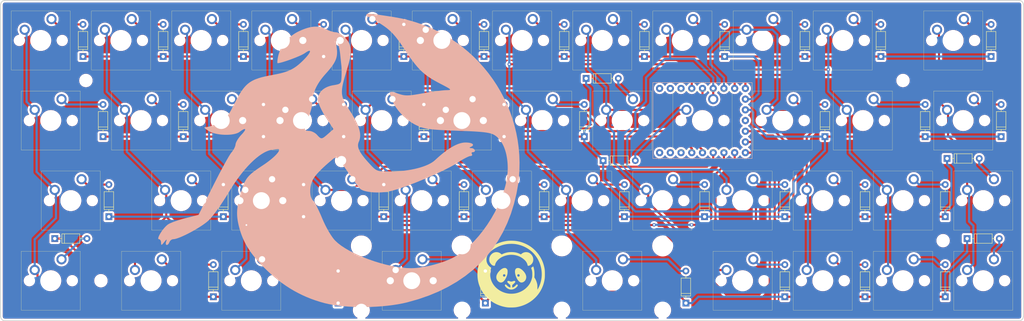
<source format=kicad_pcb>
(kicad_pcb (version 20211014) (generator pcbnew)
  (layers (0 "F.Cu" signal) (31 "B.Cu" signal) (34 "B.Paste" user) (35 "F.Paste" user) (36 "B.SilkS" user "B.Silkscreen") (37 "F.SilkS" user "F.Silkscreen") (38 "B.Mask" user) (39 "F.Mask" user) (44 "Edge.Cuts" user))
  (net 0 "")
  (net 1 "l3")
  (net 2 "Net-(D1-Pad2)")
  (net 3 "Net-(D2-Pad2)")
  (net 4 "Net-(D3-Pad2)")
  (net 5 "Net-(D4-Pad2)")
  (net 6 "Net-(D5-Pad2)")
  (net 7 "Net-(D6-Pad2)")
  (net 8 "Net-(D7-Pad2)")
  (net 9 "Net-(D8-Pad2)")
  (net 10 "Net-(D9-Pad2)")
  (net 11 "Net-(D10-Pad2)")
  (net 12 "Net-(D11-Pad2)")
  (net 13 "Net-(D12-Pad2)")
  (net 14 "l2")
  (net 15 "Net-(D13-Pad2)")
  (net 16 "Net-(D14-Pad2)")
  (net 17 "Net-(D15-Pad2)")
  (net 18 "Net-(D16-Pad2)")
  (net 19 "Net-(D17-Pad2)")
  (net 20 "Net-(D18-Pad2)")
  (net 21 "Net-(D19-Pad2)")
  (net 22 "Net-(D20-Pad2)")
  (net 23 "Net-(D21-Pad2)")
  (net 24 "Net-(D22-Pad2)")
  (net 25 "Net-(D23-Pad2)")
  (net 26 "Net-(D24-Pad2)")
  (net 27 "l1")
  (net 28 "Net-(D25-Pad2)")
  (net 29 "Net-(D26-Pad2)")
  (net 30 "Net-(D27-Pad2)")
  (net 31 "Net-(D28-Pad2)")
  (net 32 "Net-(D29-Pad2)")
  (net 33 "Net-(D30-Pad2)")
  (net 34 "Net-(D31-Pad2)")
  (net 35 "Net-(D32-Pad2)")
  (net 36 "Net-(D33-Pad2)")
  (net 37 "Net-(D34-Pad2)")
  (net 38 "Net-(D35-Pad2)")
  (net 39 "Net-(D36-Pad2)")
  (net 40 "l0")
  (net 41 "Net-(D37-Pad2)")
  (net 42 "Net-(D38-Pad2)")
  (net 43 "Net-(D39-Pad2)")
  (net 44 "Net-(D40-Pad2)")
  (net 45 "Net-(D41-Pad2)")
  (net 46 "Net-(D42-Pad2)")
  (net 47 "Net-(D43-Pad2)")
  (net 48 "Net-(D44-Pad2)")
  (net 49 "Net-(D45-Pad2)")
  (net 50 "c0")
  (net 51 "c1")
  (net 52 "c2")
  (net 53 "c3")
  (net 54 "c4")
  (net 55 "c5")
  (net 56 "c6")
  (net 57 "c7")
  (net 58 "c8")
  (net 59 "c9")
  (net 60 "c10")
  (net 61 "c11")
  (footprint "keyb-libs:MX-5pin" (layer "F.Cu") (at 261.625 128.5)
    (fp_text reference "SW45" hide)
    (fp_text value "key" hide)
  )
  (footprint "keyb-libs:MX-5pin" (layer "F.Cu") (at 133.375 71.5)
    (fp_text reference "SW6" hide)
    (fp_text value "key" hide)
  )
  (footprint "keyb-libs:MX-5pin" (layer "F.Cu") (at 119.125 90.5)
    (fp_text reference "SW17" hide)
    (fp_text value "key" hide)
  )
  (footprint "keyb-libs:MX-5pin" (layer "F.Cu") (at 38.375 71.5)
    (fp_text reference "SW1" hide)
    (fp_text value "key" hide)
  )
  (footprint "keyb-libs:Diode" (layer "F.Cu") (at 224.125 94.31 90)
    (fp_text reference "D22" hide)
    (fp_text value "Diode" hide)
  )
  (footprint "keyb-libs:MX-5pin" (layer "F.Cu") (at 214.125 90.5)
    (fp_text reference "SW22" hide)
    (fp_text value "key" hide)
  )
  (footprint "keyb-libs:MX-5pin" (layer "F.Cu") (at 204.625 128.5)
    (fp_text reference "SW42" hide)
    (fp_text value "key" hide)
  )
  (footprint "keyb-libs:Diode" (layer "F.Cu") (at 214.625 132.31 90)
    (fp_text reference "D42" hide)
    (fp_text value "Diode" hide)
  )
  (footprint "keyb-libs:MX-5pin" (layer "F.Cu") (at 261.625 109.5)
    (fp_text reference "SW36" hide)
    (fp_text value "key" hide)
  )
  (footprint "keyb-libs:Diode" (layer "F.Cu") (at 110.125 94.31 90)
    (fp_text reference "D16" hide)
    (fp_text value "Diode" hide)
  )
  (footprint "keyb-libs:Diode" (layer "F.Cu") (at 233.625 113.31 90)
    (fp_text reference "D34" hide)
    (fp_text value "Diode" hide)
  )
  (footprint "keyb-libs:Diode" (layer "F.Cu") (at 263.5 75.31 90)
    (fp_text reference "D12" hide)
    (fp_text value "Diode" hide)
  )
  (footprint "keyb-libs:Diode" (layer "F.Cu") (at 105.375 75.31 90)
    (fp_text reference "D4" hide)
    (fp_text value "Diode" hide)
  )
  (footprint "keyb-libs:Diode" (layer "F.Cu") (at 86.375 75.31 90)
    (fp_text reference "D3" hide)
    (fp_text value "Diode" hide)
  )
  (footprint "keyb-libs:Diode" (layer "F.Cu") (at 143.688 133.81 90)
    (fp_text reference "D40" hide)
    (fp_text value "Diode" hide)
  )
  (footprint "keyb-libs:MX-5pin" (layer "F.Cu") (at 62.125 90.5)
    (fp_text reference "SW14" hide)
    (fp_text value "key" hide)
  )
  (footprint "keyb-libs:MX-5pin" (layer "F.Cu") (at 228.375 71.5)
    (fp_text reference "SW11" hide)
    (fp_text value "key" hide)
  )
  (footprint "keyb-libs:Diode" (layer "F.Cu") (at 129.125 94.31 90)
    (fp_text reference "D17" hide)
    (fp_text value "Diode" hide)
  )
  (footprint "keyb-libs:Diode" (layer "F.Cu") (at 148.125 94.31 90)
    (fp_text reference "D18" hide)
    (fp_text value "Diode" hide)
  )
  (footprint "keyb-libs:MX-5pin_stab" (layer "F.Cu") (at 173.75 128.5)
    (fp_text reference "SW41" hide)
    (fp_text value "key" hide)
  )
  (footprint "keyb-libs:MX-5pin" (layer "F.Cu") (at 109.625 109.5)
    (fp_text reference "SW28" hide)
    (fp_text value "key" hide)
  )
  (footprint "keyb-libs:MX-5pin_stab" (layer "F.Cu") (at 126.25 128.5)
    (fp_text reference "SW40" hide)
    (fp_text value "key" hide)
  )
  (footprint "keyb-libs:MX-5pin" (layer "F.Cu") (at 147.625 109.5)
    (fp_text reference "SW30" hide)
    (fp_text value "key" hide)
  )
  (footprint "keyb-libs:MX-5pin" (layer "F.Cu") (at 40.75 128.5)
    (fp_text reference "SW37" hide)
    (fp_text value "key" hide)
  )
  (footprint "keyb-libs:Diode" (layer "F.Cu") (at 167.125 94.31 90)
    (fp_text reference "D19" hide)
    (fp_text value "Diode" hide)
  )
  (footprint "keyb-libs:Diode" (layer "F.Cu") (at 54.5 113.31 90)
    (fp_text reference "D25" hide)
    (fp_text value "Diode" hide)
  )
  (footprint "keyb-libs:MX-5pin" (layer "F.Cu") (at 88.25 128.5)
    (fp_text reference "SW39" hide)
    (fp_text value "key" hide)
  )
  (footprint "keyb-libs:MX-5pin" (layer "F.Cu") (at 152.375 71.5)
    (fp_text reference "SW7" hide)
    (fp_text value "key" hide)
  )
  (footprint "keyb-libs:Diode" (layer "F.Cu") (at 257.815 118.5)
    (fp_text reference "D45" hide)
    (fp_text value "Diode" hide)
  )
  (footprint "MountingHole:MountingHole_2.2mm_M2" (layer "F.Cu") (at 49.0625 81)
    (fp_text reference "H4" hide)
    (fp_text value "MountingHole" hide)
  )
  (footprint "keyb-libs:MX-5pin" (layer "F.Cu") (at 45.5 109.5)
    (fp_text reference "SW25" hide)
    (fp_text value "key" hide)
  )
  (footprint "keyb-libs:Diode" (layer "F.Cu") (at 157.625 113.31 90)
    (fp_text reference "D30" hide)
    (fp_text value "Diode" hide)
  )
  (footprint "keyb-libs:MX-5pin" (layer "F.Cu") (at 138.125 90.5)
    (fp_text reference "SW18" hide)
    (fp_text value "key" hide)
  )
  (footprint "keyb-libs:MX-5pin" (layer "F.Cu") (at 100.125 90.5)
    (fp_text reference "SW16" hide)
    (fp_text value "key" hide)
  )
  (footprint "keyb-libs:Diode" (layer "F.Cu") (at 53.125 94.31 90)
    (fp_text reference "D13" hide)
    (fp_text value "Diode" hide)
  )
  (footprint "keyb-libs:Diode" (layer "F.Cu") (at 108.812 133.81 90)
    (fp_text reference "D39" hide)
    (fp_text value "Diode" hide)
  )
  (footprint "keyb-libs:Diode" (layer "F.Cu") (at 219.375 75.31 90)
    (fp_text reference "D10" hide)
    (fp_text value "Diode" hide)
  )
  (footprint "keyb-libs:MX-5pin" (layer "F.Cu") (at 157.125 90.5)
    (fp_text reference "SW19" hide)
    (fp_text value "key" hide)
  )
  (footprint "keyb-libs:MX-5pin" (layer "F.Cu") (at 204.625 109.5)
    (fp_text reference "SW33" hide)
    (fp_text value "key" hide)
  )
  (footprint "keyb-libs:Diode" (layer "F.Cu") (at 119.625 113.31 90)
    (fp_text reference "D28" hide)
    (fp_text value "Diode" hide)
  )
  (footprint "keyb-libs:Diode" (layer "F.Cu") (at 252.625 132.31 90)
    (fp_text reference "D44" hide)
    (fp_text value "Diode" hide)
  )
  (footprint "keyb-libs:MX-5pin" (layer "F.Cu") (at 256.875 90.5)
    (fp_text reference "SW24" hide)
    (fp_text value "key" hide)
  )
  (footprint "keyb-libs:Diode" (layer "F.Cu") (at 265.875 94.31 90)
    (fp_text reference "D24" hide)
    (fp_text value "Diode" hide)
  )
  (footprint "keyb-libs:MX-5pin" (layer "F.Cu") (at 128.625 109.5)
    (fp_text reference "SW29" hide)
    (fp_text value "key" hide)
  )
  (footprint "keyb-libs:MX-5pin" (layer "F.Cu") (at 64.5 128.5)
    (fp_text reference "SW38" hide)
    (fp_text value "key" hide)
  )
  (footprint "keyb-libs:Diode" (layer "F.Cu") (at 67.375 75.31 90)
    (fp_text reference "D2" hide)
    (fp_text value "Diode" hide)
  )
  (footprint "keyb-libs:MX-5pin" (layer "F.Cu") (at 71.625 109.5)
    (fp_text reference "SW26" hide)
    (fp_text value "key" hide)
  )
  (footprint "keyb-libs:Diode" (layer "F.Cu") (at 214.625 113.31 90)
    (fp_text reference "D33" hide)
    (fp_text value "Diode" hide)
  )
  (footprint "keyb-libs:MX-5pin" (layer "F.Cu") (at 166.625 109.5)
    (fp_text reference "SW31" hide)
    (fp_text value "key" hide)
  )
  (footprint "keyb-libs:Diode" (layer "F.Cu") (at 247.875 94.31 90)
    (fp_text reference "D23" hide)
    (fp_text value "Diode" hide)
  )
  (footprint "keyb-libs:Diode" (layer "F.Cu") (at 191.188 133.81 90)
    (fp_text reference "D41" hide)
    (fp_text value "Diode" hide)
  )
  (footprint "keyb-libs:MX-5pin" (layer "F.Cu") (at 242.625 128.5)
    (fp_text reference "SW44" hide)
    (fp_text value "key" hide)
  )
  (footprint "keyb-libs:Diode" (layer "F.Cu") (at 253.065 99.5)
    (fp_text reference "D36" hide)
    (fp_text value "Diode" hide)
  )
  (footprint "MountingHole:MountingHole_2.2mm_M2" (layer "F.Cu") (at 242.625 81)
    (fp_text reference "H2" hide)
    (fp_text value "MountingHole" hide)
  )
  (footprint "keyb-libs:MX-5pin" (layer "F.Cu") (at 233.125 90.5)
    (fp_text reference "SW23" hide)
    (fp_text value "key" hide)
  )
  (footprint "keyb-libs:Diode" (layer "F.Cu") (at 124.375 75.31 90)
    (fp_text reference "D5" hide)
    (fp_text value "Diode" hide)
  )
  (footprint "keyb-libs:MX-5pin" (layer "F.Cu") (at 242.625 109.5)
    (fp_text reference "SW35" hide)
    (fp_text value "key" hide)
  )
  (footprint "keyb-libs:MX-5pin" (layer "F.Cu") (at 223.625 109.5)
    (fp_text reference "SW34" hide)
    (fp_text value "key" hide)
  )
  (footprint "MountingHole:MountingHole_2.2mm_M2" (layer "F.Cu") (at 52.625 128.5)
    (fp_text reference "H3" hide)
    (fp_text value "MountingHole" hide)
  )
  (footprint "keyb-libs:Diode" (layer "F.Cu") (at 91.125 94.31 90)
    (fp_text reference "D15" hide)
    (fp_text value "Diode" hide)
  )
  (footprint "keyb-libs:Diode" (layer "F.Cu") (at 167.565 80.5)
    (fp_text reference "D20" hide)
    (fp_text value "Diode" hide)
  )
  (footprint "keyb-libs:MX-5pin" (layer "F.Cu") (at 76.375 71.5)
    (fp_text reference "SW3" hide)
    (fp_text value "key" hide)
  )
  (footprint "keyb-libs:Diode" (layer "F.Cu") (at 143.375 75.31 90)
    (fp_text reference "D6" hide)
    (fp_text value "Diode" hide)
  )
  (footprint "keyb-libs:Diode" (layer "F.Cu") (at 162.375 75.31 90)
    (fp_text reference "D7" hide)
    (fp_text value "Diode" hide)
  )
  (footprint "keyb-libs:Diode" (layer "F.Cu") (at 100.625 113.31 90)
    (fp_text reference "D27" hide)
    (fp_text value "Diode" hide)
  )
  (footprint "keyb-libs:Diode" (layer "F.Cu") (at 200.375 75.31 90)
    (fp_text reference "D9" hide)
    (fp_text value "Diode" hide)
  )
  (footprint "keyb-libs:Diode" (layer "F.Cu") (at 171.59 100)
    (fp_text reference "D21" hide)
    (fp_text value "Diode" hide)
  )
  (footprint "keyb-libs:Diode" (layer "F.Cu") (at 41.69 118.5)
    (fp_text reference "D37" hide)
    (fp_text value "Diode" hide)
  )
  (footprint "keyb-libs:MX-5pin" (layer "F.Cu") (at 185.625 109.5)
    (fp_text reference "SW32" hide)
    (fp_text value "key" hide)
  )
  (footprint "keyb-libs:Diode" (layer "F.Cu") (at 181.375 75.31 90)
    (fp_text reference "D8" hide)
    (fp_text value "Diode" hide)
  )
  (footprint "keyb-libs:MX-5pin" (layer "F.Cu") (at 176.125 90.5)
    (fp_text reference "SW20" hide)
    (fp_text value "key" hide)
  )
  (footprint "keyb-libs:Diode" (layer "F.Cu") (at 252.625 113.31 90)
    (fp_text reference "D35" hide)
    (fp_text value "Diode" hide)
  )
  (footprint "keyb-libs:Diode" (layer "F.Cu") (at 195.625 113.31 90)
    (fp_text reference "D32" hide)
    (fp_text value "Diode" hide)
  )
  (footprint "keyb-libs:Diode" (layer "F.Cu") (at 79.25 132.31 90)
    (fp_text reference "D38" hide)
    (fp_text value "Diode" hide)
  )
  (footprint "keyb-libs:Diode" (layer "F.Cu") (at 233.625 132.31 90)
    (fp_text reference "D43" hide)
    (fp_text value "Diode" hide)
  )
  (footprint "keyb-libs:Diode" (layer "F.Cu") (at 176.625 113.31 90)
    (fp_text reference "D31" hide)
    (fp_text value "Diode" hide)
  )
  (footprint "keyb-libs:MX-5pin" (layer "F.Cu") (at 90.625 109.5)
    (fp_text reference "SW27" hide)
    (fp_text value "key" hide)
  )
  (footprint "MountingHole:MountingHole_2.2mm_M2" (layer "F.Cu") (at 252.125 119)
    (fp_text reference "H1" hide)
    (fp_text value "MountingHole" hide)
  )
  (footprint "keyb-libs:MX-5pin" (layer "F.Cu") (at 209.375 71.5)
    (fp_text reference "SW10" hide)
    (fp_text value "key" hide)
  )
  (footprint "keyb-libs:MX-5pin" (layer "F.Cu") (at 40.75 90.5)
    (fp_text reference "SW13" hide)
    (fp_text value "key" hide)
  )
  (footprint "keyb-libs:MX-5pin" (layer "F.Cu") (at 254.5 71.5)
    (fp_text reference "SW12" hide)
    (fp_text value "key" hide)
  )
  (footprint "keyb-libs:MX-5pin" (layer "F.Cu") (at 114.375 71.5)
    (fp_text reference "SW5" hide)
    (fp_text value "key" hide)
  )
  (footprint "keyb-libs:Diode" (layer "F.Cu") (at 81.625 113.31 90)
    (fp_text reference "D26" hide)
    (fp_text value "Diode" hide)
  )
  (footprint "keyb-libs:Diode" (layer "F.Cu") (at 48.375 75.31 90)
    (fp_text reference "D1" hide)
    (fp_text value "Diode" hide)
  )
  (footprint "keyb-libs:Diode" (layer "F.Cu") (at 237.375 75.31 90)
    (fp_text reference "D11" hide)
    (fp_text value "Diode" hide)
  )
  (footprint "keyb-libs:MX-5pin" (layer "F.Cu") (at 190.375 71.5)
    (fp_text reference "SW9" hide)
    (fp_text value "key" hide)
  )
  (footprint "keyb-libs:MX-5pin" (layer "F.Cu") (at 81.125 90.5)
    (fp_text reference "SW15" hide)
    (fp_text value "key" hide)
  )
  (footprint "keyb-libs:MX-5pin" (layer "F.Cu") (at 195.125 90.5)
    (fp_text reference "SW21" hide)
    (fp_text value "key" hide)
  )
  (footprint "keyb-libs:Diode" (layer "F.Cu") (at 72.125 94.31 90)
    (fp_text reference "D14" hide)
    (fp_text value "Diode" hide)
  )
  (footprint "keyb-libs:MX-5pin" (layer "F.Cu") (at 223.625 128.5)
    (fp_text reference "SW43" hide)
    (fp_text value "key" hide)
  )
  (footprint "keyb-libs:Diode" (layer "F.Cu") (at 138.625 113.31 90)
    (fp_text reference "D29" hide)
    (fp_text value "Diode" hide)
  )
  (footprint "MountingHole:MountingHole_2.2mm_M2" (layer "F.Cu") (at 109.625 100)
    (fp_text reference "H5" hide)
    (fp_text value "MountingHole" hide)
  )
  (footprint "keyb-libs:MX-5pin" (layer "F.Cu") (at 95.375 71.5)
    (fp_text reference "SW4" hide)
    (fp_text value "key" hide)
  )
  (footprint "keyb-libs:MX-5pin" (layer "F.Cu") (at 171.375 71.5)
    (fp_text reference "SW8" hide)
    (fp_text value "key" hide)
  )
  (footprint "keyb-libs:MX-5pin" (layer "F.Cu") (at 57.375 71.5)
    (fp_text reference "SW2" hide)
    (fp_text value "key" hide)
  )
  (footprint "keyb-libs:RP2040" (layer "B.Cu") (at 195.125 90.5 -90)
    (fp_text reference "U1" hide)
    (fp_text value "RP2040" hide)
  )
  (gr_poly (pts (xy 116.222237 65.185291) (xy 116.357979 65.189194) (xy 116.50825 65.196735) (xy 116.673668 65.207961) (xy 116.854849 65.222919) (xy 117.052411 65.241654) (xy 117.499149 65.290647) (xy 118.01882 65.355312) (xy 118.616363 65.436023) (xy 119.296717 65.533152) (xy 120.06482 65.647074) (xy 120.925613 65.77816) (xy 121.884034 65.926785) (xy 123.729572 66.264524) (xy 125.53473 66.693445) (xy 127.297521 67.210697) (xy 129.015961 67.81343) (xy 130.688063 68.498793) (xy 132.311843 69.263935) (xy 133.885314 70.106006) (xy 135.406491 71.022153) (xy 136.873388 72.009528) (xy 138.28402 73.065279) (xy 139.6364 74.186555) (xy 140.928545 75.370505) (xy 142.158467 76.61428) (xy 143.324181 77.915027) (xy 144.423702 79.269896) (xy 145.455045 80.676037) (xy 146.416222 82.130599) (xy 147.30525 83.63073) (xy 148.120142 85.173581) (xy 148.858912 86.7563) (xy 149.519576 88.376036) (xy 150.100147 90.029939) (xy 150.598639 91.715159) (xy 151.013069 93.428844) (xy 151.341448 95.168143) (xy 151.581793 96.930206) (xy 151.732118 98.712182) (xy 151.790436 100.511221) (xy 151.754762 102.32447) (xy 151.623111 104.149081) (xy 151.393498 105.982201) (xy 151.063935 107.820981) (xy 150.475848 110.270251) (xy 149.746 112.61292) (xy 148.87547 114.847907) (xy 147.865338 116.974137) (xy 146.716681 118.990529) (xy 145.43058 120.896007) (xy 144.008113 122.689492) (xy 142.45036 124.369905) (xy 140.7584 125.93617) (xy 138.933311 127.387206) (xy 136.976173 128.721937) (xy 134.888065 129.939284) (xy 132.670066 131.038169) (xy 130.323255 132.017514) (xy 127.848711 132.876241) (xy 125.247514 133.613271) (xy 124.150413 133.866404) (xy 122.986311 134.087914) (xy 121.765767 134.277695) (xy 120.499343 134.435641) (xy 119.197601 134.561647) (xy 117.8711 134.655608) (xy 116.530402 134.717418) (xy 115.186067 134.746972) (xy 113.848658 134.744165) (xy 112.528735 134.708891) (xy 111.236858 134.641045) (xy 109.983589 134.540521) (xy 108.779489 134.407215) (xy 107.635118 134.24102) (xy 106.561039 134.041832) (xy 105.567811 133.809545) (xy 105.567809 133.809547) (xy 105.567808 133.80955) (xy 105.567806 133.809553) (xy 105.567804 133.809556) (xy 105.567802 133.809558) (xy 105.5678 133.809561) (xy 105.567798 133.809563) (xy 105.567796 133.809566) (xy 105.567794 133.809568) (xy 105.567791 133.809569) (xy 105.567789 133.809571) (xy 105.567787 133.809572) (xy 105.567785 133.809574) (xy 105.567784 133.809574) (xy 105.567783 133.809575) (xy 105.567782 133.809575) (xy 105.567781 133.809575) (xy 105.56778 133.809575) (xy 104.476132 133.502823) (xy 103.406831 133.160565) (xy 102.358867 132.782173) (xy 101.331232 132.367023) (xy 100.322917 131.914489) (xy 99.332913 131.423945) (xy 98.360212 130.894766) (xy 97.403805 130.326326) (xy 96.462682 129.718) (xy 95.535835 129.069161) (xy 94.622256 128.379185) (xy 93.720935 127.647446) (xy 92.830863 126.873317) (xy 91.951033 126.056174) (xy 91.080434 125.195391) (xy 90.218058 124.290341) (xy 89.7073 123.725134) (xy 89.226423 123.164711) (xy 88.774577 122.607502) (xy 88.350912 122.051936) (xy 87.954577 121.496441) (xy 87.58472 120.939446) (xy 87.240492 120.37938) (xy 86.92104 119.814672) (xy 86.625516 119.243752) (xy 86.353067 118.665047) (xy 86.102843 118.076988) (xy 85.873994 117.478001) (xy 85.665667 116.866518) (xy 85.477014 116.240966) (xy 85.307182 115.599775) (xy 85.155322 114.941373) (xy 85.064479 114.484989) (xy 84.990859 114.039762) (xy 84.934836 113.602073) (xy 84.896781 113.168303) (xy 84.877067 112.734836) (xy 84.876065 112.298051) (xy 84.894149 111.854331) (xy 84.93169 111.400058) (xy 84.98906 110.931612) (xy 85.066633 110.445377) (xy 85.164779 109.937733) (xy 85.283872 109.405062) (xy 85.424284 108.843745) (xy 85.586386 108.250165) (xy 85.770552 107.620703) (xy 85.977153 106.951741) (xy 86.141966 106.445319) (xy 86.304306 105.98368) (xy 86.468916 105.561296) (xy 86.640536 105.172637) (xy 86.823908 104.812175) (xy 87.023775 104.47438) (xy 87.244876 104.153725) (xy 87.491956 103.84468) (xy 87.769754 103.541716) (xy 88.083013 103.239305) (xy 88.436474 102.931917) (xy 88.834879 102.614023) (xy 89.28297 102.280096) (xy 89.785488 101.924606) (xy 90.347175 101.542023) (xy 90.972773 101.126821) (xy 91.423177 100.823563) (xy 91.855777 100.518267) (xy 92.268288 100.213233) (xy 92.658422 99.910757) (xy 93.023894 99.613139) (xy 93.362418 99.322676) (xy 93.671708 99.041667) (xy 93.949476 98.77241) (xy 94.193438 98.517204) (xy 94.401306 98.278346) (xy 94.570795 98.058135) (xy 94.699618 97.858869) (xy 94.785489 97.682846) (xy 94.811604 97.604269) (xy 94.826123 97.532365) (xy 94.828761 97.46742) (xy 94.819232 97.409723) (xy 94.79725 97.35956) (xy 94.76253 97.31722) (xy 94.752848 97.310606) (xy 94.739 97.304842) (xy 94.699273 97.295822) (xy 94.644272 97.290079) (xy 94.574923 97.287531) (xy 94.492148 97.288096) (xy 94.396871 97.291695) (xy 94.290018 97.298246) (xy 94.172511 97.307667) (xy 94.045275 97.319877) (xy 93.909234 97.334796) (xy 93.614431 97.372434) (xy 93.295495 97.41993) (xy 92.959819 97.476636) (xy 92.694588 97.53346) (xy 92.422951 97.610148) (xy 92.145228 97.70638) (xy 91.861739 97.821836) (xy 91.572802 97.956198) (xy 91.278737 98.109144) (xy 90.676502 98.469516) (xy 90.057589 98.900393) (xy 89.424552 99.39922) (xy 88.779948 99.96344) (xy 88.126333 100.590496) (xy 87.466261 101.277831) (xy 86.802288 102.022888) (xy 86.136969 102.823111) (xy 85.472861 103.675943) (xy 84.812518 104.578827) (xy 84.158496 105.529206) (xy 83.513351 106.524523) (xy 82.879638 107.562222) (xy 82.258591 108.58165) (xy 81.605832 109.601726) (xy 80.940896 110.595189) (xy 80.283315 111.534775) (xy 79.652622 112.393222) (xy 79.068351 113.143267) (xy 78.550035 113.757649) (xy 78.321714 114.005446) (xy 78.117206 114.209104) (xy 77.746616 114.533431) (xy 77.305637 114.878206) (xy 76.805005 115.237721) (xy 76.25546 115.606266) (xy 75.667738 115.978133) (xy 75.052577 116.347614) (xy 74.420715 116.708999) (xy 73.78289 117.056581) (xy 73.149838 117.384649) (xy 72.532297 117.687497) (xy 71.941006 117.959415) (xy 71.386701 118.194694) (xy 70.880121 118.387627) (xy 70.432002 118.532504) (xy 70.053083 118.623616) (xy 69.754101 118.655255) (xy 69.720983 118.656156) (xy 69.6876 118.658827) (xy 69.654012 118.663225) (xy 69.620275 118.669306) (xy 69.586448 118.677026) (xy 69.552588 118.68634) (xy 69.485004 118.709577) (xy 69.417984 118.738662) (xy 69.351994 118.773243) (xy 69.287495 118.812967) (xy 69.224951 118.857482) (xy 69.164825 118.906434) (xy 69.107581 118.95947) (xy 69.053681 119.016238) (xy 69.00359 119.076384) (xy 68.957769 119.139555) (xy 68.916683 119.205399) (xy 68.880795 119.273563) (xy 68.864945 119.308405) (xy 68.850567 119.343694) (xy 68.814588 119.431589) (xy 68.776709 119.513192) (xy 68.737195 119.58854) (xy 68.696313 119.657674) (xy 68.654326 119.720632) (xy 68.6115 119.777454) (xy 68.568101 119.828178) (xy 68.524393 119.872844) (xy 68.480641 119.911491) (xy 68.437112 119.944158) (xy 68.394069 119.970884) (xy 68.351779 119.991708) (xy 68.310506 120.006669) (xy 68.270515 120.015807) (xy 68.232072 120.01916) (xy 68.195442 120.016767) (xy 68.16089 120.008669) (xy 68.128682 119.994903) (xy 68.099081 119.975509) (xy 68.072354 119.950527) (xy 68.048766 119.919994) (xy 68.028582 119.883951) (xy 68.012067 119.842436) (xy 67.999486 119.795488) (xy 67.991105 119.743147) (xy 67.987188 119.685452) (xy 67.988001 119.622442) (xy 67.993808 119.554155) (xy 68.004877 119.480632) (xy 68.02147 119.401911) (xy 68.043854 119.318031) (xy 68.072293 119.229032) (xy 68.110755 119.114626) (xy 68.141633 119.016089) (xy 68.164634 118.933492) (xy 68.179466 118.86691) (xy 68.183726 118.839647) (xy 68.185835 118.816414) (xy 68.185754 118.797223) (xy 68.183447 118.78208) (xy 68.178879 118.770996) (xy 68.172011 118.763979) (xy 68.162808 118.76104) (xy 68.151233 118.762186) (xy 68.137249 118.767427) (xy 68.12082 118.776773) (xy 68.101909 118.790232) (xy 68.080479 118.807814) (xy 68.029916 118.855382) (xy 67.968839 118.919551) (xy 67.896955 119.000393) (xy 67.81397 119.097982) (xy 67.719591 119.212391) (xy 67.613526 119.343694) (xy 67.496711 119.48832) (xy 67.392737 119.614081) (xy 67.300851 119.721092) (xy 67.220299 119.809468) (xy 67.150327 119.879324) (xy 67.119073 119.907343) (xy 67.090181 119.930775) (xy 67.063558 119.949634) (xy 67.039108 119.963936) (xy 67.016738 119.973694) (xy 66.996354 119.978923) (xy 66.977861 119.979637) (xy 66.961164 119.97585) (xy 66.946171 119.967578) (xy 66.932786 119.954834) (xy 66.920916 119.937633) (xy 66.910465 119.915988) (xy 66.90134 119.889916) (xy 66.893447 119.859429) (xy 66.886692 119.824543) (xy 66.880979 119.785271) (xy 66.872307 119.693629) (xy 66.866677 119.584619) (xy 66.863335 119.458356) (xy 66.859222 119.376538) (xy 66.850313 119.297013) (xy 66.836862 119.220195) (xy 66.819121 119.146494) (xy 66.797345 119.076323) (xy 66.771785 119.010093) (xy 66.742696 118.948216) (xy 66.71033 118.891104) (xy 66.674941 118.839168) (xy 66.636781 118.792822) (xy 66.596104 118.752476) (xy 66.574901 118.734681) (xy 66.553163 118.718542) (xy 66.530923 118.704108) (xy 66.508211 118.691431) (xy 66.48506 118.680564) (xy 66.461501 118.671557) (xy 66.437566 118.664462) (xy 66.413286 118.659331) (xy 66.388694 118.656214) (xy 66.36382 118.655164) (xy 66.3045 118.647266) (xy 66.258771 118.624143) (xy 66.226101 118.586656) (xy 66.205956 118.535661) (xy 66.197806 118.472017) (xy 66.201115 118.396584) (xy 66.215353 118.310218) (xy 66.239985 118.21378) (xy 66.274479 118.108127) (xy 66.318303 117.994117) (xy 66.431807 117.744464) (xy 66.576235 117.471688) (xy 66.747325 117.182656) (xy 66.940814 116.884237) (xy 67.152441 116.583299) (xy 67.377942 116.286709) (xy 67.613056 116.001335) (xy 67.853521 115.734045) (xy 68.095074 115.491706) (xy 68.214927 115.38204) (xy 68.333454 115.281188) (xy 68.450121 115.190007) (xy 68.564396 115.109357) (xy 68.684998 115.035722) (xy 68.833538 114.956248) (xy 69.007914 114.871683) (xy 69.20602 114.782775) (xy 69.66501 114.594924) (xy 70.193675 114.398684) (xy 70.775181 114.200042) (xy 71.392696 114.004984) (xy 72.029386 113.819498) (xy 72.668419 113.649571) (xy 75.745243 112.873082) (xy 79.21476 105.943883) (xy 80.631316 103.176699) (xy 81.923514 100.764585) (xy 82.478382 99.772698) (xy 82.948644 98.966801) (xy 83.316461 98.379301) (xy 83.563994 98.042607) (xy 83.653956 97.938849) (xy 83.742079 97.828717) (xy 83.827878 97.713176) (xy 83.910869 97.593193) (xy 83.990564 97.469734) (xy 84.06648 97.343763) (xy 84.138129 97.216248) (xy 84.205028 97.088155) (xy 84.26669 96.960448) (xy 84.322629 96.834095) (xy 84.372361 96.710061) (xy 84.4154 96.589312) (xy 84.45126 96.472814) (xy 84.479456 96.361532) (xy 84.499502 96.256434) (xy 84.510913 96.158484) (xy 84.524596 96.058436) (xy 84.551316 95.947186) (xy 84.590363 95.825906) (xy 84.641027 95.69577) (xy 84.702596 95.557951) (xy 84.77436 95.413622) (xy 84.855609 95.263955) (xy 84.945633 95.110125) (xy 85.043721 94.953305) (xy 85.149163 94.794666) (xy 85.261248 94.635383) (xy 85.379266 94.476628) (xy 85.502506 94.319574) (xy 85.630258 94.165395) (xy 85.761812 94.015264) (xy 85.896457 93.870353) (xy 86.134855 93.613764) (xy 86.335446 93.382022) (xy 86.498747 93.175933) (xy 86.625276 92.9963) (xy 86.674912 92.916657) (xy 86.71555 92.84393) (xy 86.747253 92.77822) (xy 86.770087 92.719626) (xy 86.784115 92.668251) (xy 86.789404 92.624194) (xy 86.786016 92.587556) (xy 86.774018 92.558438) (xy 86.753474 92.53694) (xy 86.724448 92.523164) (xy 86.687005 92.517208) (xy 86.64121 92.519175) (xy 86.587127 92.529164) (xy 86.524822 92.547277) (xy 86.454359 92.573614) (xy 86.375802 92.608275) (xy 86.289216 92.651361) (xy 86.194666 92.702973) (xy 85.981933 92.832176) (xy 85.73812 92.99669) (xy 85.463744 93.197318) (xy 85.328795 93.289507) (xy 85.177399 93.374916) (xy 85.010585 93.453578) (xy 84.829382 93.525527) (xy 84.427929 93.649425) (xy 83.981275 93.746881) (xy 83.497655 93.81817) (xy 82.985304 93.863562) (xy 82.452456 93.883332) (xy 81.907348 93.877751) (xy 81.358215 93.847093) (xy 80.813291 93.791631) (xy 80.280812 93.711636) (xy 79.769012 93.607383) (xy 79.286128 93.479143) (xy 78.840393 93.327189) (xy 78.440044 93.151794) (xy 78.259462 93.055391) (xy 78.093315 92.953231) (xy 77.897226 92.821956) (xy 77.724598 92.703164) (xy 77.575132 92.596295) (xy 77.44853 92.500792) (xy 77.344494 92.416099) (xy 77.262726 92.341656) (xy 77.230099 92.308104) (xy 77.202928 92.276906) (xy 77.194194 92.265297) (xy 100.881683 92.265297) (xy 100.882121 92.3557) (xy 100.889841 92.438474) (xy 100.904857 92.513897) (xy 100.927181 92.582247) (xy 100.956826 92.643802) (xy 100.993806 92.698837) (xy 101.038134 92.747632) (xy 101.089822 92.790462) (xy 101.148884 92.827607) (xy 101.215333 92.859342) (xy 101.289182 92.885946) (xy 101.459132 92.92487) (xy 101.658838 92.946596) (xy 101.888406 92.953345) (xy 102.002354 92.958108) (xy 102.121563 92.972081) (xy 102.245055 92.994794) (xy 102.371853 93.025777) (xy 102.500978 93.064559) (xy 102.631454 93.110669) (xy 102.762302 93.163637) (xy 102.892546 93.222991) (xy 103.021206 93.288262) (xy 103.147306 93.358978) (xy 103.269868 93.434669) (xy 103.387914 93.514865) (xy 103.500467 93.599094) (xy 103.606548 93.686886) (xy 103.705181 93.77777) (xy 103.795388 93.871276) (xy 103.97836 94.071878) (xy 104.142166 94.24529) (xy 104.218006 94.321703) (xy 104.290402 94.391205) (xy 104.359806 94.453756) (xy 104.426666 94.509318) (xy 104.491431 94.557853) (xy 104.554553 94.599324) (xy 104.616479 94.633691) (xy 104.677661 94.660917) (xy 104.738546 94.680964) (xy 104.799585 94.693792) (xy 104.861228 94.699365) (xy 104.923924 94.697644) (xy 104.988123 94.688591) (xy 105.054274 94.672167) (xy 105.122827 94.648335) (xy 105.194231 94.617056) (xy 105.268936 94.578292) (xy 105.347392 94.532005) (xy 105.430048 94.478156) (xy 105.517353 94.416708) (xy 105.609759 94.347623) (xy 105.707713 94.270862) (xy 105.922066 94.094159) (xy 106.16401 93.886295) (xy 106.437142 93.646964) (xy 106.437005 93.646979) (xy 107.701867 92.533759) (xy 105.863297 89.689155) (xy 105.669939 89.383501) (xy 105.483396 89.07579) (xy 105.133881 88.461242) (xy 104.821 87.859613) (xy 104.551 87.285004) (xy 104.434031 87.012238) (xy 104.330125 86.751514) (xy 104.240063 86.504597) (xy 104.164624 86.273247) (xy 104.104591 86.059227) (xy 104.060743 85.864301) (xy 104.033862 85.690231) (xy 104.024728 85.538779) (xy 104.028854 85.376682) (xy 104.041161 85.217152) (xy 104.061543 85.06029) (xy 104.089896 84.906193) (xy 104.126112 84.754961) (xy 104.170086 84.606693) (xy 104.221713 84.461486) (xy 104.280886 84.319441) (xy 104.347501 84.180655) (xy 104.42145 84.045228) (xy 104.502628 83.913258) (xy 104.59093 83.784844) (xy 104.686249 83.660085) (xy 104.788481 83.53908) (xy 104.897518 83.421928) (xy 105.013256 83.308726) (xy 105.135588 83.199575) (xy 105.264409 83.094573) (xy 105.399614 82.993819) (xy 105.541095 82.897411) (xy 105.688748 82.805448) (xy 105.842466 82.71803) (xy 106.002144 82.635254) (xy 106.167676 82.557221) (xy 106.338957 82.484027) (xy 106.51588 82.415773) (xy 106.69834 82.352558) (xy 106.886231 82.294479) (xy 107.079447 82.241636) (xy 107.277882 82.194127) (xy 107.481431 82.152051) (xy 107.689988 82.115508) (xy 107.996899 82.064985) (xy 108.268038 82.015961) (xy 108.505737 81.966063) (xy 108.712329 81.91292) (xy 108.804689 81.88439) (xy 108.890147 81.854159) (xy 108.968994 81.82193) (xy 109.041523 81.787407) (xy 109.108024 81.750293) (xy 109.168789 81.710291) (xy 109.224109 81.667106) (xy 109.274278 81.620441) (xy 109.319585 81.569998) (xy 109.360322 81.515482) (xy 109.396781 81.456596) (xy 109.429254 81.393043) (xy 109.458032 81.324527) (xy 109.483407 81.250751) (xy 109.50567 81.171418) (xy 109.525113 81.086233) (xy 109.556703 80.897118) (xy 109.580512 80.681033) (xy 109.598872 80.435605) (xy 109.614114 80.158463) (xy 109.628487 79.805773) (xy 109.637841 79.440528) (xy 109.642264 79.073312) (xy 109.641844 78.714709) (xy 109.636667 78.375301) (xy 109.626822 78.065672) (xy 109.612396 77.796405) (xy 109.593476 77.578083) (xy 109.461788 76.348501) (xy 109.289147 74.681263) (xy 109.2389 74.267927) (xy 109.17327 73.851748) (xy 109.095036 73.44402) (xy 109.006972 73.05604) (xy 108.911857 72.699101) (xy 108.812467 72.384499) (xy 108.762037 72.246604) (xy 108.711579 72.123529) (xy 108.661441 72.016686) (xy 108.61197 71.927487) (xy 108.548731 71.828124) (xy 108.519816 71.785731) (xy 108.492693 71.748254) (xy 108.467353 71.715737) (xy 108.443788 71.688223) (xy 108.421988 71.665756) (xy 108.401947 71.648378) (xy 108.383654 71.636133) (xy 108.367102 71.629064) (xy 108.359476 71.627484) (xy 108.352281 71.627215) (xy 108.345518 71.628261) (xy 108.339185 71.630628) (xy 108.33328 71.634322) (xy 108.327803 71.639347) (xy 108.318127 71.653416) (xy 108.31015 71.672877) (xy 108.303861 71.697773) (xy 108.299254 71.728149) (xy 108.296319 71.764047) (xy 108.295047 71.805511) (xy 108.295431 71.852584) (xy 108.297461 71.905308) (xy 108.30113 71.963728) (xy 108.313347 72.097828) (xy 108.332014 72.255228) (xy 108.357063 72.436275) (xy 108.388426 72.641314) (xy 108.426034 72.870694) (xy 108.495483 73.332728) (xy 108.542088 73.767953) (xy 108.564212 74.180562) (xy 108.560219 74.574744) (xy 108.528471 74.954691) (xy 108.501677 75.140637) (xy 108.467331 75.324595) (xy 108.425228 75.50709) (xy 108.375164 75.688646) (xy 108.316934 75.869787) (xy 108.250333 76.051036) (xy 108.175156 76.232918) (xy 108.0912 76.415956) (xy 107.89613 76.787597) (xy 107.663484 77.17015) (xy 107.391628 77.567806) (xy 107.078924 77.984757) (xy 106.723735 78.425193) (xy 106.324425 78.893306) (xy 105.879357 79.393288) (xy 105.481519 79.846209) (xy 105.110784 80.29658) (xy 104.766947 80.744861) (xy 104.449799 81.191516) (xy 104.159134 81.637005) (xy 103.894746 82.081791) (xy 103.656426 82.526334) (xy 103.443968 82.971096) (xy 103.257165 83.41654) (xy 103.095809 83.863126) (xy 102.959695 84.311316) (xy 102.848614 84.761573) (xy 102.762361 85.214356) (xy 102.700727 85.67013) (xy 102.663506 86.129354) (xy 102.650491 86.59249) (xy 102.645521 86.726335) (xy 102.631448 86.876794) (xy 102.60874 87.042219) (xy 102.577863 87.220963) (xy 102.539284 87.411379) (xy 102.49347 87.61182) (xy 102.440888 87.820638) (xy 102.382004 88.036187) (xy 102.247198 88.480889) (xy 102.092788 88.932748) (xy 102.009398 89.157243) (xy 101.922507 89.378586) (xy 101.832582 89.595131) (xy 101.74009 89.805228) (xy 101.532723 90.269671) (xy 101.353753 90.688065) (xy 101.203284 91.06263) (xy 101.081421 91.395586) (xy 100.988269 91.689151) (xy 100.923932 91.945546) (xy 100.888514 92.166989) (xy 100.881683 92.265297) (xy 77.194194 92.265297) (xy 77.181174 92.247992) (xy 77.164801 92.221292) (xy 77.153771 92.196736) (xy 77.148048 92.174255) (xy 77.147593 92.153779) (xy 77.15237 92.135239) (xy 77.162341 92.118564) (xy 77.17747 92.103685) (xy 77.197718 92.090533) (xy 77.223048 92.079037) (xy 77.253424 92.069127) (xy 77.288808 92.060735) (xy 77.37445 92.048223) (xy 77.479677 92.040943) (xy 77.604191 92.038337) (xy 77.704825 92.033085) (xy 77.822649 92.018294) (xy 77.9562 91.994453) (xy 78.104015 91.962052) (xy 78.264631 91.921579) (xy 78.436585 91.873524) (xy 78.618414 91.818377) (xy 78.808655 91.756627) (xy 79.208521 91.615274) (xy 79.624478 91.453381) (xy 80.044823 91.274862) (xy 80.252983 91.180592) (xy 80.457851 91.083632) (xy 80.756547 90.934143) (xy 81.032377 90.784638) (xy 81.288153 90.631811) (xy 81.526687 90.472355) (xy 81.750789 90.302964) (xy 81.858308 90.213509) (xy 81.963272 90.120331) (xy 82.066035 90.023015) (xy 82.166947 89.921149) (xy 82.26636 89.814319) (xy 82.364625 89.702112) (xy 82.559118 89.459913) (xy 82.753238 89.191246) (xy 82.949794 88.892804) (xy 83.151601 88.56128) (xy 83.361467 88.193367) (xy 83.582206 87.78576) (xy 83.816628 87.335151) (xy 84.067546 86.838233) (xy 84.552507 85.883374) (xy 85.008025 85.028841) (xy 85.44331 84.267575) (xy 85.867576 83.592515) (xy 86.290035 82.996603) (xy 86.503464 82.72612) (xy 86.719897 82.472778) (xy 86.940483 82.235692) (xy 87.166375 82.013981) (xy 87.398724 81.806762) (xy 87.638682 81.613152) (xy 87.887399 81.43227) (xy 88.146028 81.263233) (xy 88.415721 81.105158) (xy 88.697627 80.957163) (xy 88.9929 80.818366) (xy 89.30269 80.687883) (xy 89.97043 80.448334) (xy 90.710057 80.231455) (xy 91.530784 80.030187) (xy 92.441824 79.837472) (xy 93.452388 79.646248) (xy 94.096929 79.524035) (xy 94.69553 79.398639) (xy 95.252339 79.268042) (xy 95.771504 79.130221) (xy 96.257173 78.983159) (xy 96.713495 78.824834) (xy 97.144617 78.653226) (xy 97.554689 78.466317) (xy 97.947859 78.262085) (xy 98.328274 78.03851) (xy 98.700083 77.793573) (xy 99.067434 77.525254) (xy 99.434476 77.231532) (xy 99.805356 76.910388) (xy 100.184224 76.559802) (xy 100.575227 76.177753) (xy 100.915113 75.828763) (xy 101.214595 75.503021) (xy 101.473247 75.202544) (xy 101.690644 74.929346) (xy 101.86636 74.685442) (xy 101.999972 74.472847) (xy 102.091052 74.293577) (xy 102.12051 74.217068) (xy 102.139176 74.149645) (xy 102.146997 74.091562) (xy 102.143919 74.043068) (xy 102.12989 74.004417) (xy 102.104856 73.97586) (xy 102.068763 73.957649) (xy 102.02156 73.950036) (xy 101.963192 73.953272) (xy 101.893607 73.967611) (xy 101.812752 73.993302) (xy 101.720572 74.030599) (xy 101.50203 74.141017) (xy 101.237554 74.300879) (xy 100.926721 74.512199) (xy 100.69899 74.656673) (xy 100.399432 74.819541) (xy 100.038426 74.996978) (xy 99.626348 75.185161) (xy 98.690489 75.578466) (xy 97.674877 75.968864) (xy 96.662533 76.325761) (xy 95.736478 76.618564) (xy 95.331753 76.731371) (xy 94.979734 76.816681) (xy 94.690797 76.870672) (xy 94.475322 76.889519) (xy 94.465282 76.887578) (xy 94.456138 76.881819) (xy 94.447884 76.872338) (xy 94.440513 76.859228) (xy 94.43402 76.842586) (xy 94.428399 76.822506) (xy 94.423643 76.799083) (xy 94.419747 76.772414) (xy 94.414511 76.709712) (xy 94.412642 76.635163) (xy 94.414092 76.549526) (xy 94.418815 76.453563) (xy 94.426761 76.348034) (xy 94.437883 76.2337) (xy 94.452134 76.111323) (xy 94.469466 75.981663) (xy 94.489831 75.845481) (xy 94.51318 75.703537) (xy 94.539467 75.556594) (xy 94.568644 75.405411) (xy 94.681626 74.924523) (xy 94.826273 74.45069) (xy 95.001518 73.985212) (xy 95.206297 73.52939) (xy 95.439545 73.084525) (xy 95.700195 72.651918) (xy 95.987182 72.232871) (xy 96.299441 71.828685) (xy 96.635906 71.440661) (xy 96.995511 71.070099) (xy 97.377191 70.718302) (xy 97.779881 70.38657) (xy 98.202514 70.076204) (xy 98.644026 69.788506) (xy 99.103351 69.524776) (xy 99.579423 69.286316) (xy 100.083047 69.060556) (xy 100.566987 68.861763) (xy 101.032586 68.689848) (xy 101.481189 68.544722) (xy 101.914139 68.426297) (xy 102.33278 68.334484) (xy 102.738456 68.269194) (xy 103.13251 68.230339) (xy 103.516287 68.21783) (xy 103.891129 68.231579) (xy 104.258382 68.271496) (xy 104.619388 68.337493) (xy 104.975492 68.429482) (xy 105.328037 68.547373) (xy 105.678366 68.691078) (xy 106.027825 68.860509) (xy 106.166416 68.93035) (xy 106.31029 68.998232) (xy 106.458312 69.063805) (xy 106.609344 69.126717) (xy 106.915901 69.243149) (xy 107.220875 69.344718) (xy 107.369928 69.38905) (xy 107.515179 69.428612) (xy 107.655491 69.463051) (xy 107.789729 69.492017) (xy 107.916756 69.515158) (xy 108.035437 69.532123) (xy 108.144636 69.542559) (xy 108.243218 69.546116) (xy 108.291145 69.547871) (xy 108.341937 69.553077) (xy 108.451545 69.573498) (xy 108.570892 69.606694) (xy 108.698827 69.651976) (xy 108.834203 69.708656) (xy 108.975869 69.776047) (xy 109.122675 69.85346) (xy 109.273472 69.940207) (xy 109.42711 70.035602) (xy 109.58244 70.138956) (xy 109.738312 70.249581) (xy 109.893576 70.36679) (xy 110.047083 70.489895) (xy 110.197684 70.618207) (xy 110.344228 70.751039) (xy 110.485566 70.887703) (xy 110.633709 71.040463) (xy 110.772918 71.193808) (xy 110.903219 71.348194) (xy 111.024639 71.504078) (xy 111.137207 71.661918) (xy 111.240949 71.82217) (xy 111.335892 71.985292) (xy 111.422064 72.151741) (xy 111.499492 72.321973) (xy 111.568204 72.496446) (xy 111.628226 72.675617) (xy 111.679586 72.859942) (xy 111.722311 73.04988) (xy 111.756428 73.245886) (xy 111.781965 73.448418) (xy 111.798949 73.657933) (xy 111.807407 73.874889) (xy 111.807367 74.099741) (xy 111.798855 74.332947) (xy 111.7819 74.574965) (xy 111.756527 74.826251) (xy 111.722766 75.087262) (xy 111.630183 75.640288) (xy 111.504369 76.237699) (xy 111.345543 76.883152) (xy 111.153923 77.580304) (xy 110.929726 78.332809) (xy 110.361315 80.230382) (xy 110.141487 81.029273) (xy 109.965619 81.744203) (xy 109.834489 82.38715) (xy 109.748878 82.97009) (xy 109.709564 83.505001) (xy 109.717328 84.00386) (xy 109.739108 84.243513) (xy 109.772949 84.478644) (xy 109.877208 84.94133) (xy 110.030883 85.403897) (xy 110.234755 85.87832) (xy 110.489604 86.376577) (xy 110.796208 86.910645) (xy 111.155348 87.492502) (xy 111.567803 88.134124) (xy 111.982355 88.785421) (xy 112.357476 89.404595) (xy 112.693605 89.993158) (xy 112.99118 90.552624) (xy 113.250639 91.084509) (xy 113.472422 91.590326) (xy 113.656966 92.071588) (xy 113.804709 92.529811) (xy 113.916091 92.966507) (xy 113.99155 93.383192) (xy 114.031525 93.781379) (xy 114.036453 94.162582) (xy 114.006773 94.528315) (xy 113.942923 94.880092) (xy 113.845343 95.219428) (xy 113.714471 95.547835) (xy 113.664031 95.667005) (xy 113.62117 95.786867) (xy 113.586034 95.907705) (xy 113.558768 96.029798) (xy 113.539517 96.153429) (xy 113.528425 96.278877) (xy 113.525639 96.406425) (xy 113.531303 96.536353) (xy 113.545562 96.668944) (xy 113.568562 96.804476) (xy 113.600448 96.943233) (xy 113.641364 97.085496) (xy 113.691456 97.231544) (xy 113.750869 97.38166) (xy 113.819748 97.536125) (xy 113.898239 97.69522) (xy 113.986486 97.859226) (xy 114.084635 98.028424) (xy 114.19283 98.203095) (xy 114.311217 98.383521) (xy 114.579147 98.762762) (xy 114.889586 99.168394) (xy 115.243695 99.602669) (xy 115.642635 100.067834) (xy 116.087567 100.56614) (xy 116.579652 101.099835) (xy 116.815458 101.349255) (xy 117.031836 101.569269) (xy 117.234482 101.761704) (xy 117.332435 101.848151) (xy 117.429092 101.928388) (xy 117.525164 102.002643) (xy 117.621363 102.071145) (xy 117.718401 102.134122) (xy 117.816991 102.191802) (xy 117.917845 102.244414) (xy 118.021674 102.292186) (xy 118.12919 102.335346) (xy 118.241107 102.374123) (xy 118.358135 102.408744) (xy 118.480987 102.439439) (xy 118.610375 102.466434) (xy 118.747011 102.48996) (xy 118.891607 102.510243) (xy 119.044876 102.527513) (xy 119.207528 102.541997) (xy 119.380277 102.553924) (xy 119.758912 102.57102) (xy 120.186477 102.580626) (xy 120.668668 102.584569) (xy 121.211183 102.584676) (xy 122.064703 102.57004) (xy 122.908818 102.530625) (xy 123.740051 102.467319) (xy 124.554925 102.381008) (xy 125.349964 102.27258) (xy 126.121691 102.142921) (xy 126.866631 101.992919) (xy 127.581306 101.823461) (xy 128.262241 101.635433) (xy 128.90596 101.429722) (xy 129.508984 101.207216) (xy 130.06784 100.968802) (xy 130.579049 100.715366) (xy 131.039137 100.447795) (xy 131.444625 100.166978) (xy 131.792039 99.873799) (xy 132.332735 99.374445) (xy 132.862315 98.906298) (xy 133.380537 98.469499) (xy 133.887163 98.064187) (xy 134.381952 97.6905) (xy 134.864665 97.348577) (xy 135.335062 97.038558) (xy 135.792903 96.760583) (xy 136.237948 96.514789) (xy 136.669958 96.301316) (xy 137.088692 96.120304) (xy 137.493911 95.971891) (xy 137.885375 95.856216) (xy 138.262844 95.77342) (xy 138.626079 95.723639) (xy 138.974839 95.707015) (xy 139.282503 95.713841) (xy 139.564559 95.733616) (xy 139.819835 95.765287) (xy 140.047159 95.807799) (xy 140.245359 95.860099) (xy 140.413262 95.921132) (xy 140.485486 95.954594) (xy 140.549697 95.989844) (xy 140.605747 96.026751) (xy 140.653491 96.065183) (xy 140.692781 96.105007) (xy 140.723472 96.146093) (xy 140.745417 96.188308) (xy 140.758469 96.23152) (xy 140.762481 96.275599) (xy 140.757308 96.320412) (xy 140.742802 96.365827) (xy 140.718818 96.411713) (xy 140.685208 96.457938) (xy 140.641826 96.50437) (xy 140.588526 96.550878) (xy 140.525161 96.597329) (xy 140.451585 96.643592) (xy 140.367651 96.689536) (xy 140.273212 96.735028) (xy 140.168122 96.779937) (xy 140.137263 96.792807) (xy 140.108945 96.805489) (xy 140.08316 96.817972) (xy 140.059897 96.830246) (xy 140.03915 96.842301) (xy 140.020908 96.854127) (xy 140.005163 96.865713) (xy 139.991907 96.87705) (xy 139.981131 96.888127) (xy 139.972826 96.898933) (xy 139.966983 96.909459) (xy 139.963594 96.919695) (xy 139.962649 96.92963) (xy 139.96414 96.939253) (xy 139.968059 96.948556) (xy 139.974397 96.957527) (xy 139.983144 96.966157) (xy 139.994292 96.974435) (xy 140.007833 96.98235) (xy 140.023758 96.989894) (xy 140.042057 96.997055) (xy 140.062723 97.003824) (xy 140.085746 97.010189) (xy 140.111118 97.016142) (xy 140.13883 97.021671) (xy 140.168873 97.026767) (xy 140.201238 97.031419) (xy 140.235918 97.035617) (xy 140.312183 97.042612) (xy 140.397599 97.047667) (xy 140.475434 97.053762) (xy 140.549978 97.064672) (xy 140.621122 97.080069) (xy 140.688758 97.099624) (xy 140.752775 97.123008) (xy 140.813065 97.149894) (xy 140.869519 97.179953) (xy 140.922027 97.212856) (xy 140.970481 97.248275) (xy 141.014771 97.285881) (xy 141.054788 97.325347) (xy 141.090422 97.366343) (xy 141.121566 97.408541) (xy 141.148108 97.451612) (xy 141.169941 97.495229) (xy 141.186955 97.539063) (xy 141.199041 97.582784) (xy 141.20609 97.626065) (xy 141.207993 97.668578) (xy 141.20464 97.709993) (xy 141.195922 97.749983) (xy 141.181731 97.788219) (xy 141.161956 97.824372) (xy 141.13649 97.858114) (xy 141.105222 97.889116) (xy 141.068043 97.91705) (xy 141.024845 97.941589) (xy 140.975518 97.962402) (xy 140.919953 97.979161) (xy 140.858041 97.991539) (xy 140.789672 97.999207) (xy 140.714738 98.001836) (xy 140.690194 98.002436) (xy 140.666696 98.004217) (xy 140.644256 98.007149) (xy 140.622888 98.011203) (xy 140.602605 98.01635) (xy 140.58342 98.022559) (xy 140.565345 98.029802) (xy 140.548394 98.03805) (xy 140.532579 98.047272) (xy 140.517914 98.05744) (xy 140.504411 98.068524) (xy 140.492084 98.080494) (xy 140.480944 98.093321) (xy 140.471007 98.106977) (xy 140.462283 98.12143) (xy 140.454787 98.136653) (xy 140.448531 98.152615) (xy 140.443528 98.169287) (xy 140.439792 98.18664) (xy 140.437334 98.204644) (xy 140.436168 98.22327) (xy 140.436308 98.242489) (xy 140.437765 98.262271) (xy 140.440554 98.282586) (xy 140.444686 98.303405) (xy 140.450175 98.3247) (xy 140.457034 98.346439) (xy 140.465276 98.368595) (xy 140.474913 98.391137) (xy 140.48596 98.414037) (xy 140.498427 98.437264) (xy 140.51233 98.46079) (xy 140.525994 98.484315) (xy 140.537765 98.507543) (xy 140.547666 98.530442) (xy 140.555722 98.552985) (xy 140.561959 98.57514) (xy 140.5664 98.59688) (xy 140.569071 98.618175) (xy 140.569995 98.638995) (xy 140.569199 98.65931) (xy 140.566707 98.679092) (xy 140.562543 98.698311) (xy 140.556733 98.716937) (xy 140.5493 98.734942) (xy 140.54027 98.752295) (xy 140.529667 98.768968) (xy 140.517516 98.78493) (xy 140.503842 98.800153) (xy 140.48867 98.814607) (xy 140.472024 98.828263) (xy 140.453929 98.841091) (xy 140.434409 98.853061) (xy 140.41349 98.864145) (xy 140.391197 98.874313) (xy 140.367553 98.883536) (xy 140.342584 98.891784) (xy 140.316314 98.899027) (xy 140.288768 98.905237) (xy 140.259972 98.910384) (xy 140.229948 98.914438) (xy 140.198724 98.91737) (xy 140.166322 98.919151) (xy 140.132768 98.919751) (xy 140.09525 98.922074) (xy 140.051241 98.928965) (xy 139.944603 98.956) (xy 139.814575 98.999945) (xy 139.662876 99.05989) (xy 139.491226 99.134924) (xy 139.301345 99.224137) (xy 139.094953 99.326617) (xy 138.873769 99.441455) (xy 138.639513 99.56774) (xy 138.393906 99.70456) (xy 137.875515 100.006168) (xy 137.332355 100.338994) (xy 136.778184 100.695752) (xy 136.183039 101.06448) (xy 135.462513 101.470521) (xy 133.710527 102.367) (xy 131.652644 103.330102) (xy 129.419282 104.304739) (xy 127.140859 105.235825) (xy 124.947792 106.068271) (xy 122.970501 106.746993) (xy 122.103526 107.011491) (xy 121.339402 107.216901) (xy 120.835963 107.326498) (xy 120.310402 107.414911) (xy 119.768784 107.482585) (xy 119.217177 107.529967) (xy 118.661647 107.557505) (xy 118.108261 107.565644) (xy 117.563086 107.554832) (xy 117.032187 107.525516) (xy 116.521633 107.478141) (xy 116.037489 107.413156) (xy 115.585822 107.331006) (xy 115.172699 107.232138) (xy 114.804186 107.116999) (xy 114.486351 106.986037) (xy 114.225259 106.839697) (xy 114.117888 106.7609) (xy 114.026978 106.678426) (xy 113.950008 106.594234) (xy 113.85019 106.476073) (xy 113.588337 106.146487) (xy 113.254082 105.706949) (xy 112.860087 105.174743) (xy 112.419013 104.567151) (xy 111.943522 103.901455) (xy 111.446275 103.19494) (xy 110.939935 102.464887) (xy 110.138022 101.305678) (xy 109.808139 100.838271) (xy 109.519277 100.440521) (xy 109.266667 100.108571) (xy 109.045538 99.838563) (xy 108.851119 99.626643) (xy 108.67864 99.468952) (xy 108.599138 99.409238) (xy 108.523331 99.361635) (xy 108.450625 99.325661) (xy 108.380422 99.300834) (xy 108.312126 99.286672) (xy 108.245142 99.282693) (xy 108.178872 99.288415) (xy 108.11272 99.303355) (xy 108.04609 99.327032) (xy 107.978387 99.358964) (xy 107.837371 99.445663) (xy 107.684904 99.559595) (xy 107.516213 99.696904) (xy 106.603708 100.467006) (xy 105.787385 101.18669) (xy 105.065977 101.857262) (xy 104.438212 102.480033) (xy 104.15905 102.773901) (xy 103.902822 103.05631) (xy 103.669371 103.327422) (xy 103.458537 103.587401) (xy 103.270163 103.836411) (xy 103.104088 104.074616) (xy 102.960155 104.302178) (xy 102.838204 104.519261) (xy 102.690045 104.832355) (xy 102.561917 105.164908) (xy 102.453802 105.51263) (xy 102.365679 105.871233) (xy 102.29753 106.236427) (xy 102.249335 106.603925) (xy 102.221075 106.969436) (xy 102.212729 107.328672) (xy 102.22428 107.677345) (xy 102.255706 108.011165) (xy 102.30699 108.325843) (xy 102.378111 108.61709) (xy 102.46905 108.880618) (xy 102.579788 109.112137) (xy 102.642575 109.214553) (xy 102.710305 109.307359) (xy 102.782974 109.390018) (xy 102.860581 109.461995) (xy 102.936784 109.537811) (xy 103.026118 109.648844) (xy 103.12747 109.792927) (xy 103.239727 109.967894) (xy 103.361775 110.171578) (xy 103.492502 110.401813) (xy 103.630794 110.656433) (xy 103.775536 110.93327) (xy 104.079922 111.54493) (xy 104.396753 112.219462) (xy 104.717122 112.939532) (xy 105.032121 113.68781) (xy 105.372881 114.47739) (xy 105.747268 115.26658) (xy 106.144786 116.037337) (xy 106.55494 116.771615) (xy 106.967234 117.451371) (xy 107.371172 118.05856) (xy 107.566728 118.329303) (xy 107.756259 118.575137) (xy 107.938454 118.793808) (xy 108.112 118.98306) (xy 108.766618 119.586495) (xy 109.550466 120.188088) (xy 110.449361 120.78269) (xy 111.449119 121.365149) (xy 112.535554 121.930316) (xy 113.694483 122.47304) (xy 114.911722 122.988171) (xy 116.173085 123.470558) (xy 117.464389 123.915051) (xy 118.771449 124.3165) (xy 120.080081 124.669754) (xy 121.376101 124.969663) (xy 122.645324 125.211077) (xy 123.873566 125.388845) (xy 125.046642 125.497817) (xy 126.150369 125.532842) (xy 126.709353 125.517145) (xy 127.304323 125.474926) (xy 127.929637 125.407644) (xy 128.579652 125.316759) (xy 129.248727 125.203729) (xy 129.93122 125.070014) (xy 130.62149 124.917073) (xy 131.313893 124.746365) (xy 132.002789 124.559348) (xy 132.682536 124.357483) (xy 133.347491 124.142229) (xy 133.992013 123.915044) (xy 134.610459 123.677387) (xy 135.197189 123.430718) (xy 135.74656 123.176497) (xy 136.252931 122.916181) (xy 136.864204 122.563367) (xy 137.472633 122.172676) (xy 138.077124 121.745915) (xy 138.676589 121.284892) (xy 139.269937 120.791413) (xy 139.856076 120.267286) (xy 141.002369 119.134317) (xy 142.106743 117.900443) (xy 143.160475 116.580121) (xy 144.154839 115.187811) (xy 145.081111 113.737969) (xy 145.930567 112.245055) (xy 146.694482 110.723527) (xy 147.364133 109.187842) (xy 147.930794 107.652459) (xy 148.385742 106.131835) (xy 148.568597 105.381577) (xy 148.720251 104.64043) (xy 148.839615 103.910202) (xy 148.925598 103.1927) (xy 148.977109 102.489732) (xy 148.993058 101.803105) (xy 148.977954 101.124416) (xy 148.937485 100.465858) (xy 148.872111 99.828612) (xy 148.782291 99.213862) (xy 148.668483 98.622788) (xy 148.531148 98.056574) (xy 148.370743 97.5164) (xy 148.187728 97.003449) (xy 147.982562 96.518902) (xy 147.755704 96.063942) (xy 147.507614 95.639752) (xy 147.23875 95.247511) (xy 146.949571 94.888404) (xy 146.640537 94.563611) (xy 146.312106 94.274315) (xy 145.964738 94.021697) (xy 145.759666 93.897326) (xy 145.537225 93.783977) (xy 145.291149 93.680873) (xy 145.015176 93.587233) (xy 144.70304 93.502279) (xy 144.348477 93.425231) (xy 143.945223 93.355312) (xy 143.487014 93.291741) (xy 142.967585 93.233741) (xy 142.380672 93.180531) (xy 141.720011 93.131333) (xy 140.979337 93.085368) (xy 140.152387 93.041857) (xy 139.232896 93.000021) (xy 137.091233 92.918258) (xy 134.845695 92.833105) (xy 133.034659 92.744509) (xy 131.587225 92.642959) (xy 130.432492 92.518947) (xy 129.942732 92.445545) (xy 129.499558 92.362962) (xy 129.094109 92.270009) (xy 128.717522 92.165497) (xy 128.360935 92.048237) (xy 128.015484 91.917041) (xy 127.322541 91.608085) (xy 126.871738 91.376719) (xy 126.425157 91.118839) (xy 125.984621 90.836317) (xy 125.551954 90.531025) (xy 125.128979 90.204833) (xy 124.71752 89.859615) (xy 124.3194 89.497241) (xy 123.936441 89.119583) (xy 123.570469 88.728513) (xy 123.223305 88.325903) (xy 122.896774 87.913625) (xy 122.592698 87.493549) (xy 122.312902 87.067548) (xy 122.059208 86.637494) (xy 121.83344 86.205258) (xy 121.637421 85.772712) (xy 121.473951 85.375121) (xy 121.336883 85.024683) (xy 121.227588 84.719656) (xy 121.147435 84.458299) (xy 121.118714 84.343453) (xy 121.097793 84.238871) (xy 121.084841 84.144336) (xy 121.08003 84.05963) (xy 121.083531 83.984536) (xy 121.095516 83.918836) (xy 121.116155 83.862312) (xy 121.14562 83.814746) (xy 121.184082 83.775921) (xy 121.231711 83.74562) (xy 121.28868 83.723624) (xy 121.355159 83.709716) (xy 121.431319 83.703678) (xy 121.517332 83.705292) (xy 121.613368 83.714342) (xy 121.719599 83.730609) (xy 121.96333 83.783923) (xy 122.249893 83.863495) (xy 122.580658 83.967582) (xy 122.956994 84.094443) (xy 123.269558 84.199) (xy 123.563178 84.289409) (xy 123.843549 84.36562) (xy 124.116368 84.427581) (xy 124.387331 84.47524) (xy 124.662135 84.508546) (xy 124.946475 84.527447) (xy 125.246048 84.531892) (xy 125.56655 84.521829) (xy 125.913677 84.497207) (xy 126.293126 84.457975) (xy 126.710592 84.40408) (xy 127.171772 84.335471) (xy 127.682363 84.252097) (xy 128.874558 84.040847) (xy 129.702875 83.894603) (xy 130.536407 83.757279) (xy 132.128762 83.521667) (xy 132.842404 83.429519) (xy 133.470903 83.358567) (xy 133.991669 83.311882) (xy 134.382111 83.292533) (xy 134.640355 83.287604) (xy 134.860745 83.27961) (xy 135.04144 83.266543) (xy 135.116326 83.25748) (xy 135.180596 83.246395) (xy 135.23402 83.233038) (xy 135.276369 83.217158) (xy 135.307411 83.198503) (xy 135.326916 83.176824) (xy 135.33227 83.164771) (xy 135.334654 83.151867) (xy 135.330394 83.123384) (xy 135.313905 83.091122) (xy 135.284959 83.054832) (xy 135.243323 83.01426) (xy 135.188768 82.969158) (xy 135.121063 82.919273) (xy 135.039978 82.864355) (xy 134.836745 82.738415) (xy 134.577226 82.589331) (xy 134.259578 82.415093) (xy 133.881957 82.213694) (xy 132.939423 81.721381) (xy 132.237181 81.349186) (xy 131.588065 80.987295) (xy 130.98563 80.62945) (xy 130.423431 80.269395) (xy 129.895021 79.900871) (xy 129.393956 79.517621) (xy 128.913789 79.113389) (xy 128.448076 78.681917) (xy 127.990371 78.216947) (xy 127.534227 77.712223) (xy 127.073201 77.161487) (xy 126.600845 76.558482) (xy 126.110715 75.896951) (xy 125.596366 75.170636) (xy 125.05135 74.373281) (xy 124.469224 73.498627) (xy 123.715379 72.378684) (xy 123.366722 71.882273) (xy 123.032755 71.423772) (xy 122.710365 70.999834) (xy 122.396437 70.607112) (xy 122.087857 70.242258) (xy 121.781511 69.901925) (xy 121.474285 69.582765) (xy 121.163064 69.281433) (xy 120.844734 68.994579) (xy 120.516181 68.718857) (xy 120.174291 68.450919) (xy 119.815949 68.187419) (xy 119.438041 67.925008) (xy 119.037454 67.66034) (xy 118.474508 67.301607) (xy 117.934028 66.96694) (xy 117.428936 66.663664) (xy 116.972156 66.399105) (xy 116.576612 66.180586) (xy 116.255227 66.015433) (xy 116.020925 65.910969) (xy 115.940468 65.883785) (xy 115.886628 65.87452) (xy 115.866749 65.873958) (xy 115.847123 65.872289) (xy 115.827773 65.869541) (xy 115.808726 65.865741) (xy 115.790005 65.860918) (xy 115.771635 65.855099) (xy 115.753642 65.848311) (xy 115.73605 65.840581) (xy 115.718884 65.831938) (xy 115.702169 65.822409) (xy 115.68593 65.812022) (xy 115.670192 65.800804) (xy 115.654979 65.788782) (xy 115.640316 65.775985) (xy 115.626229 65.76244) (xy 115.612741 65.748174) (xy 115.599879 65.733215) (xy 115.587666 65.71759) (xy 115.576128 65.701328) (xy 115.565289 65.684455) (xy 115.555175 65.666999) (xy 115.545809 65.648988) (xy 115.537218 65.63045) (xy 115.529425 65.611412) (xy 115.522457 65.591901) (xy 115.516336 65.571945) (xy 115.511089 65.551571) (xy 115.506741 65.530808) (xy 115.503315 65.509683) (xy 115.500838 65.488223) (xy 115.499333 65.466456) (xy 115.498826 65.444409) (xy 115.501872 65.40526) (xy 115.511421 65.369142) (xy 115.52809 65.336103) (xy 115.539288 65.320753) (xy 115.552498 65.306189) (xy 115.58526 65.279447) (xy 115.626996 65.255923) (xy 115.678321 65.235665) (xy 115.739854 65.218718) (xy 115.812211 65.205129) (xy 115.896011 65.194945) (xy 115.99187 65.188213) (xy 116.100407 65.18498)) (layer "B.SilkS") (width 0) (fill solid))
  (gr_poly (pts (xy 150.032946 119.006981) (xy 150.261454 119.014391) (xy 150.485684 119.027295) (xy 150.706115 119.045794) (xy 150.923224 119.069993) (xy 151.137491 119.099993) (xy 151.349392 119.135898) (xy 151.559407 119.17781) (xy 151.768014 119.225832) (xy 151.975691 119.280066) (xy 152.182916 119.340616) (xy 152.390168 119.407585) (xy 152.597925 119.481074) (xy 152.806665 119.561187) (xy 153.016867 119.648026) (xy 153.229008 119.741694) (xy 153.624439 119.936195) (xy 154.007409 120.153455) (xy 154.377058 120.392435) (xy 154.732527 120.652097) (xy 155.072958 120.931402) (xy 155.397492 121.22931) (xy 155.705269 121.544783) (xy 155.995431 121.876782) (xy 156.267118 122.224268) (xy 156.519472 122.586202) (xy 156.751633 122.961546) (xy 156.962742 123.349261) (xy 157.151941 123.748307) (xy 157.318371 124.157646) (xy 157.461172 124.576238) (xy 157.579485 125.003046) (xy 157.639727 125.257058) (xy 157.687614 125.482884) (xy 157.70734 125.589024) (xy 157.724475 125.692673) (xy 157.739186 125.79535) (xy 157.751639 125.898575) (xy 157.762 126.003864) (xy 157.770435 126.112737) (xy 157.782193 126.347309) (xy 157.788241 126.61444) (xy 157.789908 126.926278) (xy 157.788861 127.214414) (xy 157.785095 127.454125) (xy 157.777448 127.658462) (xy 157.764756 127.840478) (xy 157.745859 128.013226) (xy 157.719592 128.189757) (xy 157.684795 128.383126) (xy 157.640305 128.606383) (xy 157.588395 128.839518) (xy 157.52846 129.071991) (xy 157.460685 129.303424) (xy 157.385256 129.533441) (xy 157.302359 129.761665) (xy 157.212177 129.987718) (xy 157.114896 130.211224) (xy 157.010702 130.431807) (xy 156.89978 130.649088) (xy 156.782314 130.862691) (xy 156.65849 131.072239) (xy 156.528493 131.277356) (xy 156.392509 131.477664) (xy 156.250722 131.672786) (xy 156.103317 131.862346) (xy 155.950481 132.045966) (xy 155.705564 132.31834) (xy 155.451414 132.577528) (xy 155.188144 132.823469) (xy 154.915865 133.056101) (xy 154.634689 133.275361) (xy 154.344729 133.481188) (xy 154.046095 133.673521) (xy 153.7389 133.852297) (xy 153.423256 134.017455) (xy 153.099275 134.168933) (xy 152.767068 134.306669) (xy 152.426748 134.430601) (xy 152.078426 134.540668) (xy 151.722215 134.636808) (xy 151.358226 134.718958) (xy 150.98657 134.787058) (xy 150.787008 134.812002) (xy 150.537248 134.831696) (xy 150.253875 134.84585) (xy 149.953476 134.854174) (xy 149.652635 134.856377) (xy 149.367939 134.852169) (xy 149.115974 134.84126) (xy 148.913325 134.823359) (xy 148.913327 134.823359) (xy 148.657512 134.787518) (xy 148.403307 134.74399) (xy 148.150881 134.69284) (xy 147.900403 134.634131) (xy 147.652042 134.56793) (xy 147.405968 134.494301) (xy 147.162351 134.413309) (xy 146.921358 134.325018) (xy 146.683159 134.229495) (xy 146.447924 134.126803) (xy 146.215822 134.017008) (xy 145.987022 133.900175) (xy 145.761693 133.776367) (xy 145.540004 133.645651) (xy 145.322124 133.508092) (xy 145.108224 133.363753) (xy 144.92254 133.229555) (xy 144.739533 133.087849) (xy 144.559546 132.939033) (xy 144.382925 132.783502) (xy 144.210015 132.621654) (xy 144.041159 132.453886) (xy 143.876704 132.280593) (xy 143.716994 132.102173) (xy 143.562373 131.919021) (xy 143.413187 131.731536) (xy 143.26978 131.540113) (xy 143.132498 131.345149) (xy 143.001685 131.147041) (xy 142.877685 130.946186) (xy 142.760844 130.742979) (xy 142.651507 130.537818) (xy 142.547095 130.326777) (xy 142.45003 130.115744) (xy 142.360225 129.904347) (xy 142.277593 129.692209) (xy 142.202045 129.478959) (xy 142.133495 129.26422) (xy 142.071855 129.047621) (xy 142.017038 128.828785) (xy 141.968956 128.60734) (xy 141.927522 128.382912) (xy 141.892649 128.155125) (xy 141.864248 127.923607) (xy 141.842233 127.687983) (xy 141.826517 127.44788) (xy 141.817011 127.202922) (xy 141.813628 126.952736) (xy 141.814472 126.732095) (xy 141.818075 126.537277) (xy 141.825031 126.360906) (xy 141.835932 126.195604) (xy 141.851372 126.033993) (xy 141.871944 125.868695) (xy 141.898242 125.692332) (xy 141.930859 125.497527) (xy 141.987163 125.207838) (xy 142.054604 124.920711) (xy 142.132984 124.636526) (xy 142.222108 124.355663) (xy 142.321779 124.0785) (xy 142.431801 123.805419) (xy 142.550748 123.539547) (xy 143.953892 123.539547) (xy 143.955588 123.610199) (xy 143.959015 123.67967) (xy 143.96418 123.74739) (xy 143.971092 123.812792) (xy 143.979755 123.875308) (xy 143.990179 123.934367) (xy 144.002369 123.989403) (xy 144.030008 124.091164) (xy 144.062004 124.190806) (xy 144.098291 124.288238) (xy 144.138806 124.383367) (xy 144.183485 124.476104) (xy 144.232263 124.566356) (xy 144.285076 124.654031) (xy 144.341859 124.739038) (xy 144.402549 124.821286) (xy 144.467081 124.900682) (xy 144.53539 124.977136) (xy 144.607413 125.050556) (xy 144.683085 125.12085) (xy 144.762341 125.187926) (xy 144.845118 125.251694) (xy 144.931351 125.312061) (xy 145.027464 125.376429) (xy 145.072773 125.407319) (xy 145.073152 125.407985) (xy 145.07335 125.409248) (xy 145.073219 125.413499) (xy 145.072409 125.419949) (xy 145.070951 125.428474) (xy 145.066213 125.451256) (xy 145.059244 125.48086) (xy 145.050287 125.5163) (xy 145.039582 125.556589) (xy 145.027372 125.600742) (xy 145.013897 125.647771) (xy 144.975578 125.786843) (xy 144.943148 125.92194) (xy 144.916142 126.05636) (xy 144.894094 126.193398) (xy 144.876536 126.336353) (xy 144.863003 126.488519) (xy 144.853029 126.653195) (xy 144.846146 126.833675) (xy 144.84303 126.962142) (xy 144.841666 127.07619) (xy 144.842156 127.178483) (xy 144.844605 127.271686) (xy 144.849115 127.358461) (xy 144.855789 127.441472) (xy 144.864729 127.523384) (xy 144.87604 127.606859) (xy 144.905995 127.783362) (xy 144.943524 127.957832) (xy 144.988471 128.130118) (xy 145.040682 128.300067) (xy 145.100003 128.467527) (xy 145.166278 128.632345) (xy 145.239353 128.79437) (xy 145.319073 128.953448) (xy 145.405282 129.109428) (xy 145.497827 129.262157) (xy 145.596552 129.411483) (xy 145.701303 129.557253) (xy 145.928263 129.837517) (xy 146.177467 130.101731) (xy 146.447678 130.348676) (xy 146.737656 130.577133) (xy 147.046164 130.785883) (xy 147.371963 130.973708) (xy 147.713814 131.139388) (xy 148.070479 131.281705) (xy 148.25398 131.343722) (xy 148.44072 131.399441) (xy 148.630544 131.44871) (xy 148.823298 131.491376) (xy 149.01761 131.526488) (xy 149.215083 131.553762) (xy 149.415862 131.573201) (xy 149.62009 131.584813) (xy 149.827911 131.588602) (xy 150.03947 131.584573) (xy 150.254909 131.572733) (xy 150.474372 131.553086) (xy 150.474369 131.553084) (xy 150.642338 131.531679) (xy 150.812024 131.503104) (xy 150.982891 131.467582) (xy 151.154401 131.425337) (xy 151.326017 131.37659) (xy 151.497203 131.321567) (xy 151.667422 131.260489) (xy 151.836137 131.19358) (xy 152.002811 131.121064) (xy 152.166907 131.043162) (xy 152.327889 130.960099) (xy 152.485219 130.872098) (xy 152.638361 130.779382) (xy 152.786777 130.682174) (xy 152.929931 130.580697) (xy 153.067286 130.475174) (xy 153.160001 130.397777) (xy 153.262432 130.306715) (xy 153.370644 130.205876) (xy 153.4807 130.09915) (xy 153.588665 129.990428) (xy 153.690603 129.883598) (xy 153.782577 129.78255) (xy 153.860652 129.691173) (xy 153.938816 129.592555) (xy 154.014022 129.491217) (xy 154.086235 129.38723) (xy 154.155424 129.280662) (xy 154.221556 129.171583) (xy 154.284598 129.060062) (xy 154.344517 128.94617) (xy 154.401281 128.829975) (xy 154.454856 128.711547) (xy 154.505212 128.590956) (xy 154.552314 128.46827) (xy 154.59613 128.34356) (xy 154.636627 128.216894) (xy 154.673773 128.088343) (xy 154.707535 127.957975) (xy 154.73788 127.825861) (xy 154.755205 127.741097) (xy 154.762484 127.701218) (xy 154.768907 127.662069) (xy 154.774525 127.622943) (xy 154.779389 127.583136) (xy 154.78355 127.541942) (xy 154.787058 127.498656) (xy 154.789963 127.452573) (xy 154.792317 127.402987) (xy 154.795573 127.290486) (xy 154.79723 127.155512) (xy 154.797692 126.992423) (xy 154.795944 126.781157) (xy 154.789988 126.597745) (xy 154.785098 126.514177) (xy 154.778755 126.434804) (xy 154.770825 126.358703) (xy 154.761176 126.284951) (xy 154.749672 126.212625) (xy 154.73618 126.140803) (xy 154.720568 126.06856) (xy 154.702701 125.994976) (xy 154.659667 125.840087) (xy 154.60601 125.668754) (xy 154.530632 125.437481) (xy 154.60886 125.394745) (xy 154.62789 125.383606) (xy 154.652053 125.368276) (xy 154.680361 125.349444) (xy 154.711827 125.327799) (xy 154.745464 125.304029) (xy 154.780285 125.278822) (xy 154.815304 125.252869) (xy 154.849532 125.226856) (xy 154.882551 125.201705) (xy 154.914104 125.178221) (xy 154.943447 125.156919) (xy 154.969837 125.138314) (xy 154.992528 125.122922) (xy 155.010776 125.111258) (xy 155.023838 125.103839) (xy 155.028192 125.101881) (xy 155.03097 125.101178) (xy 155.032028 125.101436) (xy 155.033243 125.102255) (xy 155.034607 125.103623) (xy 155.036116 125.105525) (xy 155.039546 125.110875) (xy 155.04349 125.118193) (xy 155.047904 125.127369) (xy 155.052746 125.138291) (xy 155.057972 125.150846) (xy 155.063538 125.164923) (xy 155.069403 125.180411) (xy 155.075523 125.197197) (xy 155.088354 125.23422) (xy 155.101685 125.275097) (xy 155.115172 125.318935) (xy 155.14788 125.434425) (xy 155.178109 125.553442) (xy 155.205818 125.675562) (xy 155.230964 125.800363) (xy 155.253506 125.927421) (xy 155.273401 126.056314) (xy 155.290606 126.186619) (xy 155.305081 126.317913) (xy 155.316783 126.449773) (xy 155.32567 126.581776) (xy 155.331699 126.713499) (xy 155.33483 126.844519) (xy 155.335019 126.974414) (xy 155.332224 127.10276) (xy 155.326405 127.229135) (xy 155.317517 127.353115) (xy 155.286829 127.713805) (xy 155.410134 127.904413) (xy 155.455552 127.976672) (xy 155.499685 128.051018) (xy 155.542489 128.127341) (xy 155.583919 128.205532) (xy 155.62393 128.285482) (xy 155.662479 128.367081) (xy 155.699521 128.450222) (xy 155.735011 128.534793) (xy 155.768905 128.620686) (xy 155.801158 128.707792) (xy 155.831727 128.796001) (xy 155.860565 128.885205) (xy 155.88763 128.975293) (xy 155.912876 129.066158) (xy 155.936259 129.157688) (xy 155.957735 129.249776) (xy 155.973919 129.327256) (xy 155.980768 129.364487) (xy 155.986849 129.401531) (xy 155.992204 129.439) (xy 155.99688 129.477511) (xy 156.000921 129.517677) (xy 156.00437 129.560111) (xy 156.007272 129.605428) (xy 156.009672 129.654243) (xy 156.013144 129.764819) (xy 156.015139 129.896753) (xy 156.016014 130.054957) (xy 156.017611 130.268114) (xy 156.020889 130.442662) (xy 156.025381 130.560588) (xy 156.027936 130.592689) (xy 156.029266 130.601039) (xy 156.03062 130.603881) (xy 156.033777 130.60255) (xy 156.038164 130.598651) (xy 156.050374 130.583616) (xy 156.066752 130.559697) (xy 156.086801 130.527818) (xy 156.135916 130.443869) (xy 156.193733 130.339149) (xy 156.256264 130.221042) (xy 156.319525 130.096929) (xy 156.379528 129.97419) (xy 156.432288 129.860209) (xy 156.597521 129.456963) (xy 156.736919 129.046632) (xy 156.850559 128.630423) (xy 156.938515 128.209545) (xy 157.000863 127.785207) (xy 157.037679 127.358617) (xy 157.049038 126.930985) (xy 157.035016 126.503518) (xy 156.995688 126.077425) (xy 156.931131 125.653916) (xy 156.841418 125.234198) (xy 156.726627 124.819481) (xy 156.586832 124.410973) (xy 156.422109 124.009883) (xy 156.232533 123.617419) (xy 156.018181 123.234791) (xy 155.949072 123.122094) (xy 155.877706 123.010239) (xy 155.728773 122.789753) (xy 155.572513 122.574732) (xy 155.410059 122.366576) (xy 155.242542 122.166685) (xy 155.157238 122.070277) (xy 155.071094 121.976459) (xy 154.98425 121.885408) (xy 154.896847 121.797297) (xy 154.809028 121.712303) (xy 154.720934 121.630599) (xy 154.488392 121.42909) (xy 154.246201 121.237495) (xy 153.995064 121.056107) (xy 153.735684 120.885219) (xy 153.468765 120.725126) (xy 153.19501 120.57612) (xy 152.915122 120.438494) (xy 152.629806 120.312542) (xy 152.339764 120.198558) (xy 152.0457 120.096834) (xy 151.748318 120.007664) (xy 151.44832 119.931341) (xy 151.146411 119.868159) (xy 150.843293 119.818411) (xy 150.539671 119.782391) (xy 150.236247 119.760391) (xy 149.943719 119.751006) (xy 149.655206 119.751846) (xy 149.370448 119.76298) (xy 149.08918 119.784475) (xy 148.811142 119.816397) (xy 148.53607 119.858815) (xy 148.263703 119.911795) (xy 147.993778 119.975404) (xy 147.726033 120.049711) (xy 147.460205 120.134782) (xy 147.196032 120.230684) (xy 146.933253 120.337485) (xy 146.671604 120.455253) (xy 146.410823 120.584053) (xy 146.150648 120.723955) (xy 145.890817 120.875024) (xy 145.692762 120.997902) (xy 145.506422 121.120607) (xy 145.331596 121.243361) (xy 145.168083 121.366384) (xy 145.015684 121.489899) (xy 144.874197 121.614127) (xy 144.743422 121.739289) (xy 144.623158 121.865606) (xy 144.513205 121.9933) (xy 144.413362 122.122592) (xy 144.323428 122.253703) (xy 144.243202 122.386855) (xy 144.172485 122.52227) (xy 144.111076 122.660168) (xy 144.058773 122.800771) (xy 144.015376 122.9443) (xy 144.001808 123.000006) (xy 143.989907 123.059647) (xy 143.979681 123.122653) (xy 143.971137 123.188458) (xy 143.964282 123.256491) (xy 143.959122 123.326185) (xy 143.955666 123.396971) (xy 143.95392 123.468281) (xy 143.953892 123.539547) (xy 142.550748 123.539547) (xy 142.551978 123.536797) (xy 142.682114 123.273015) (xy 142.822012 123.014453) (xy 142.971476 122.76149) (xy 143.13031 122.514505) (xy 143.298318 122.273878) (xy 143.475303 122.039988) (xy 143.66107 121.813216) (xy 143.855422 121.593941) (xy 144.058163 121.382541) (xy 144.277897 121.170816) (xy 144.506001 120.967575) (xy 144.742058 120.773035) (xy 144.985649 120.587417) (xy 145.236359 120.410939) (xy 145.493768 120.243819) (xy 145.757459 120.086278) (xy 146.027015 119.938533) (xy 146.302017 119.800804) (xy 146.582049 119.67331) (xy 146.866693 119.556269) (xy 147.155531 119.449901) (xy 147.448146 119.354424) (xy 147.744119 119.270057) (xy 148.043034 119.19702) (xy 148.344473 119.135531) (xy 148.544194 119.100143) (xy 148.724271 119.071509) (xy 148.89198 119.048975) (xy 149.054598 119.031889) (xy 149.219401 119.019597) (xy 149.393665 119.011447) (xy 149.584667 119.006787) (xy 149.799682 119.004962)) (layer "F.SilkS") (width 0) (fill solid))
  (gr_poly (pts (xy 148.330539 125.473546) (xy 148.407773 125.48241) (xy 148.445404 125.489714) (xy 148.482343 125.498948) (xy 148.49991 125.504288) (xy 148.517523 125.510508) (xy 148.552773 125.525474) (xy 148.587869 125.543612) (xy 148.622586 125.564689) (xy 148.656701 125.588473) (xy 148.68999 125.614732) (xy 148.722229 125.643232) (xy 148.753193 125.673741) (xy 148.78266 125.706027) (xy 148.810405 125.739856) (xy 148.836205 125.774996) (xy 148.859835 125.811215) (xy 148.881071 125.848279) (xy 148.899691 125.885957) (xy 148.915469 125.924015) (xy 148.928182 125.962221) (xy 148.937467 126.000331) (xy 148.945206 126.044928) (xy 148.951418 126.095278) (xy 148.956123 126.150648) (xy 148.959341 126.210303) (xy 148.961091 126.273511) (xy 148.961392 126.339537) (xy 148.960265 126.407647) (xy 148.957728 126.477108) (xy 148.953801 126.547186) (xy 148.948504 126.617146) (xy 148.941856 126.686255) (xy 148.933878 126.75378) (xy 148.924587 126.818986) (xy 148.914005 126.88114) (xy 148.90215 126.939507) (xy 148.86343 127.096823) (xy 148.81754 127.253374) (xy 148.765052 127.408224) (xy 148.706536 127.560438) (xy 148.642563 127.70908) (xy 148.573704 127.853215) (xy 148.50053 127.991907) (xy 148.423612 128.12422) (xy 148.343519 128.24922) (xy 148.260824 128.36597) (xy 148.176098 128.473535) (xy 148.08991 128.570979) (xy 148.002832 128.657368) (xy 147.915435 128.731765) (xy 147.828289 128.793235) (xy 147.741966 128.840842) (xy 147.703624 128.857841) (xy 147.664692 128.873041) (xy 147.625293 128.886431) (xy 147.585551 128.898001) (xy 147.545591 128.907741) (xy 147.505536 128.915641) (xy 147.465511 128.921691) (xy 147.425639 128.92588) (xy 147.386043 128.928199) (xy 147.346849 128.928637) (xy 147.30818 128.927183) (xy 147.270159 128.923829) (xy 147.232912 128.918564) (xy 147.196561 128.911377) (xy 147.161231 128.902259) (xy 147.127045 128.891199) (xy 147.066825 128.868056) (xy 147.008654 128.842535) (xy 146.952534 128.814636) (xy 146.898464 128.78436) (xy 146.846447 128.751708) (xy 146.796482 128.716681) (xy 146.748571 128.679279) (xy 146.702715 128.639505) (xy 146.658915 128.597357) (xy 146.617171 128.552838) (xy 146.577484 128.505949) (xy 146.539856 128.456689) (xy 146.504288 128.40506) (xy 146.47078 128.351062) (xy 146.439333 128.294697) (xy 146.409948 128.235965) (xy 146.382818 128.17503) (xy 146.358848 128.113579) (xy 146.338035 128.051626) (xy 146.320373 127.989188) (xy 146.305857 127.926279) (xy 146.294483 127.862914) (xy 146.286245 127.799109) (xy 146.28114 127.734878) (xy 146.279163 127.670236) (xy 146.280307 127.605198) (xy 146.28457 127.539781) (xy 146.291946 127.473997) (xy 146.30243 127.407864) (xy 146.316017 127.341395) (xy 146.332703 127.274606) (xy 146.343674 127.237392) (xy 147.859583 127.237392) (xy 147.859653 127.262094) (xy 147.861876 127.286221) (xy 147.866148 127.309698) (xy 147.872363 127.332449) (xy 147.880418 127.354396) (xy 147.890207 127.375465) (xy 147.901625 127.395578) (xy 147.914569 127.414659) (xy 147.928933 127.432632) (xy 147.944613 127.449421) (xy 147.961504 127.464948) (xy 147.979501 127.479139) (xy 147.998499 127.491916) (xy 148.018395 127.503204) (xy 148.039082 127.512925) (xy 148.060457 127.521004) (xy 148.082414 127.527364) (xy 148.10485 127.531929) (xy 148.127659 127.534623) (xy 148.150736 127.535369) (xy 148.173977 127.534091) (xy 148.197278 127.530713) (xy 148.220533 127.525158) (xy 148.243638 127.51735) (xy 148.266487 127.507212) (xy 148.288978 127.494669) (xy 148.311003 127.479644) (xy 148.33246 127.462061) (xy 148.33246 127.46206) (xy 148.34101 127.454031) (xy 148.349233 127.445532) (xy 148.357124 127.436591) (xy 148.364676 127.427237) (xy 148.378736 127.407402) (xy 148.391361 127.386259) (xy 148.4025 127.364034) (xy 148.412098 127.34096) (xy 148.420106 127.317263) (xy 148.426469 127.293175) (xy 148.431135 127.268924) (xy 148.434053 127.24474) (xy 148.435169 127.220852) (xy 148.434432 127.19749) (xy 148.433352 127.186078) (xy 148.431789 127.174883) (xy 148.429737 127.163934) (xy 148.427188 127.15326) (xy 148.424137 127.142889) (xy 148.420577 127.132851) (xy 148.416501 127.123173) (xy 148.411902 127.113884) (xy 148.407826 127.106786) (xy 148.403189 127.099645) (xy 148.398017 127.092481) (xy 148.392342 127.08531) (xy 148.379593 127.071018) (xy 148.365174 127.056911) (xy 148.349316 127.043127) (xy 148.33225 127.029808) (xy 148.314207 127.017092) (xy 148.295419 127.00512) (xy 148.276117 126.994033) (xy 148.256532 126.983969) (xy 148.236895 126.97507) (xy 148.217439 126.967475) (xy 148.198393 126.961324) (xy 148.17999 126.956756) (xy 148.171102 126.955111) (xy 148.162461 126.953914) (xy 148.154096 126.953182) (xy 148.146036 126.952935) (xy 148.136839 126.953189) (xy 148.127489 126.953941) (xy 148.108416 126.956882) (xy 148.088989 126.961637) (xy 148.069382 126.968088) (xy 148.049768 126.976115) (xy 148.030318 126.9856) (xy 148.011207 126.996423) (xy 147.992607 127.008464) (xy 147.97469 127.021605) (xy 147.95763 127.035727) (xy 147.941599 127.05071) (xy 147.92677 127.066435) (xy 147.913316 127.082784) (xy 147.90141 127.099636) (xy 147.891224 127.116873) (xy 147.88683 127.125599) (xy 147.882931 127.134376) (xy 147.873341 127.160609) (xy 147.866323 127.186574) (xy 147.861772 127.212194) (xy 147.859583 127.237392) (xy 146.343674 127.237392) (xy 146.352483 127.207512) (xy 146.375352 127.140127) (xy 146.401305 127.072468) (xy 146.462446 126.936385) (xy 146.535866 126.799382) (xy 146.621529 126.66158) (xy 146.719395 126.5231) (xy 146.829426 126.384062) (xy 146.951585 126.244587) (xy 147.085832 126.104795) (xy 147.178559 126.015678) (xy 147.271529 125.932975) (xy 147.364534 125.856775) (xy 147.457367 125.787169) (xy 147.54982 125.724245) (xy 147.641685 125.668095) (xy 147.732755 125.618809) (xy 147.822822 125.576476) (xy 147.911679 125.541187) (xy 147.999117 125.513031) (xy 148.08493 125.492099) (xy 148.16891 125.478481) (xy 148.250848 125.472267)) (layer "F.SilkS") (width 0) (fill solid))
  (gr_poly (pts (xy 150.021167 121.709527) (xy 150.15881 121.714124) (xy 150.292465 121.72175) (xy 150.422608 121.732511) (xy 150.549718 121.74651) (xy 150.674272 121.763849) (xy 150.796746 121.784635) (xy 150.917619 121.808969) (xy 151.037368 121.836956) (xy 151.156469 121.8687) (xy 151.2754 121.904305) (xy 151.39464 121.943874) (xy 151.514664 121.987511) (xy 151.63595 122.03532) (xy 151.758977 122.087404) (xy 151.88422 122.143869) (xy 152.116674 122.251705) (xy 152.201721 122.173111) (xy 152.279808 122.105026) (xy 152.36091 122.042216) (xy 152.444795 121.984745) (xy 152.531236 121.932678) (xy 152.62 121.886081) (xy 152.71086 121.845018) (xy 152.803586 121.809555) (xy 152.897947 121.779757) (xy 152.993714 121.755688) (xy 153.090657 121.737414) (xy 153.188546 121.725001) (xy 153.287153 121.718512) (xy 153.386246 121.718013) (xy 153.485597 121.72357) (xy 153.584975 121.735247) (xy 153.684152 121.753109) (xy 153.742284 121.766439) (xy 153.79884 121.78149) (xy 153.85395 121.798336) (xy 153.907742 121.81705) (xy 153.960346 121.837705) (xy 154.011891 121.860375) (xy 154.062507 121.885132) (xy 154.112323 121.91205) (xy 154.161468 121.941203) (xy 154.210072 121.972663) (xy 154.258263 122.006504) (xy 154.306172 122.042799) (xy 154.353926 122.081621) (xy 154.401656 122.123044) (xy 154.449492 122.16714) (xy 154.497561 122.213984) (xy 154.564158 122.283373) (xy 154.626143 122.353742) (xy 154.68356 122.425194) (xy 154.736451 122.497834) (xy 154.784861 122.571765) (xy 154.828832 122.64709) (xy 154.868408 122.723915) (xy 154.903633 122.802343) (xy 154.934548 122.882477) (xy 154.961199 122.964421) (xy 154.983628 123.04828) (xy 155.001878 123.134157) (xy 155.015993 123.222156) (xy 155.026016 123.312381) (xy 155.031991 123.404936) (xy 155.03396 123.499924) (xy 155.033218 123.558052) (xy 155.030986 123.614419) (xy 155.027223 123.669177) (xy 155.021889 123.722476) (xy 155.014945 123.774469) (xy 155.00635 123.825305) (xy 154.996064 123.875137) (xy 154.984046 123.924116) (xy 154.970258 123.972393) (xy 154.954658 124.020119) (xy 154.937207 124.067446) (xy 154.917865 124.114524) (xy 154.896591 124.161505) (xy 154.873346 124.20854) (xy 154.848089 124.255781) (xy 154.82078 124.303379) (xy 154.782657 124.363392) (xy 154.740202 124.422385) (xy 154.693854 124.480031) (xy 154.644056 124.536004) (xy 154.591247 124.589976) (xy 154.535868 124.641621) (xy 154.478361 124.690611) (xy 154.419166 124.73662) (xy 154.358725 124.779321) (xy 154.297477 124.818387) (xy 154.235865 124.853491) (xy 154.174329 124.884305) (xy 154.11331 124.910504) (xy 154.053248 124.93176) (xy 153.994585 124.947747) (xy 153.965916 124.953662) (xy 153.937762 124.958137) (xy 153.906141 124.961852) (xy 153.877336 124.964036) (xy 153.851177 124.964562) (xy 153.839037 124.964165) (xy 153.827495 124.963305) (xy 153.816529 124.961969) (xy 153.806119 124.96014) (xy 153.796243 124.957802) (xy 153.78688 124.95494) (xy 153.778008 124.951537) (xy 153.769608 124.947579) (xy 153.761656 124.94305) (xy 153.754133 124.937933) (xy 153.747016 124.932213) (xy 153.740286 124.925875) (xy 153.733919 124.918903) (xy 153.727896 124.91128) (xy 153.722195 124.902992) (xy 153.716795 124.894023) (xy 153.711674 124.884356) (xy 153.706811 124.873976) (xy 153.702186 124.862868) (xy 153.697777 124.851016) (xy 153.689521 124.825016) (xy 153.681873 124.79585) (xy 153.674665 124.763393) (xy 153.654062 124.674011) (xy 153.629383 124.585964) (xy 153.600567 124.499154) (xy 153.56755 124.413486) (xy 153.53027 124.32886) (xy 153.488664 124.245181) (xy 153.44267 124.162351) (xy 153.392224 124.080272) (xy 153.337265 123.998848) (xy 153.277729 123.917981) (xy 153.213554 123.837574) (xy 153.144678 123.757529) (xy 153.071036 123.67775) (xy 152.992568 123.59814) (xy 152.909209 123.5186) (xy 152.820898 123.439034) (xy 152.590358 123.250937) (xy 152.348146 123.080186) (xy 152.095241 122.926962) (xy 151.832621 122.791441) (xy 151.561265 122.673802) (xy 151.282151 122.574224) (xy 150.996256 122.492885) (xy 150.704561 122.429964) (xy 150.408042 122.385638) (xy 150.107678 122.360087) (xy 149.804448 122.353488) (xy 149.49933 122.36602) (xy 149.193303 122.397861) (xy 148.887344 122.44919) (xy 148.582432 122.520185) (xy 148.279545 122.611025) (xy 148.137076 122.661048) (xy 147.998084 122.714674) (xy 147.862618 122.771874) (xy 147.730724 122.832615) (xy 147.602449 122.896866) (xy 147.477842 122.964596) (xy 147.356949 123.035774) (xy 147.239818 123.110368) (xy 147.126495 123.188346) (xy 147.01703 123.269678) (xy 146.911468 123.354333) (xy 146.809857 123.442277) (xy 146.712245 123.533482) (xy 146.618679 123.627914) (xy 146.529205 123.725543) (xy 146.443873 123.826337) (xy 146.400819 123.881029) (xy 146.359226 123.937365) (xy 146.319194 123.995134) (xy 146.280826 124.054124) (xy 146.244223 124.114123) (xy 146.209487 124.174919) (xy 146.176718 124.2363) (xy 146.146019 124.298054) (xy 146.117491 124.359969) (xy 146.091235 124.421834) (xy 146.067353 124.483436) (xy 146.045947 124.544563) (xy 146.027117 124.605004) (xy 146.010966 124.664547) (xy 145.997595 124.722978) (xy 145.987106 124.780088) (xy 145.985193 124.791203) (xy 145.983032 124.802251) (xy 145.980645 124.813162) (xy 145.978057 124.82387) (xy 145.975292 124.834307) (xy 145.972373 124.844405) (xy 145.969326 124.854096) (xy 145.966174 124.863314) (xy 145.962942 124.871991) (xy 145.959653 124.880058) (xy 145.956331 124.887449) (xy 145.953001 124.894096) (xy 145.949687 124.899931) (xy 145.946413 124.904887) (xy 145.943202 124.908896) (xy 145.94008 124.91189) (xy 145.935187 124.915546) (xy 145.929826 124.919039) (xy 145.917765 124.925525) (xy 145.90401 124.931339) (xy 145.888678 124.93647) (xy 145.871884 124.940907) (xy 145.853743 124.94464) (xy 145.834371 124.947658) (xy 145.813883 124.949951) (xy 145.792394 124.951508) (xy 145.77002 124.952319) (xy 145.746876 124.952372) (xy 145.723077 124.951657) (xy 145.698739 124.950164) (xy 145.673977 124.947883) (xy 145.648907 124.944802) (xy 145.623643 124.940911) (xy 145.623642 124.940909) (xy 145.588716 124.933847) (xy 145.553438 124.9245) (xy 145.517873 124.912938) (xy 145.482089 124.899231) (xy 145.446151 124.883447) (xy 145.410125 124.865657) (xy 145.374077 124.84593) (xy 145.338074 124.824336) (xy 145.266465 124.775823) (xy 145.195829 124.720675) (xy 145.126693 124.659449) (xy 145.059587 124.592701) (xy 144.995039 124.520988) (xy 144.93358 124.444865) (xy 144.875738 124.36489) (xy 144.822042 124.281619) (xy 144.773021 124.195608) (xy 144.729205 124.107414) (xy 144.691121 124.017593) (xy 144.659301 123.926702) (xy 144.64733 123.88263) (xy 144.637148 123.833251) (xy 144.628742 123.779278) (xy 144.6221 123.721425) (xy 144.617211 123.660404) (xy 144.614061 123.596928) (xy 144.612638 123.53171) (xy 144.61293 123.465462) (xy 144.614925 123.398899) (xy 144.618611 123.332732) (xy 144.623975 123.267675) (xy 144.631005 123.204441) (xy 144.639688 123.143742) (xy 144.650013 123.086291) (xy 144.661967 123.032802) (xy 144.675538 122.983986) (xy 144.703697 122.90013) (xy 144.735272 122.818539) (xy 144.770146 122.739282) (xy 144.808206 122.66243) (xy 144.849337 122.588049) (xy 144.893424 122.51621) (xy 144.940352 122.446981) (xy 144.990006 122.380432) (xy 145.042273 122.316631) (xy 145.097037 122.255646) (xy 145.154183 122.197548) (xy 145.213597 122.142405) (xy 145.275165 122.090286) (xy 145.338771 122.04126) (xy 145.404301 121.995395) (xy 145.47164 121.952761) (xy 145.540673 121.913427) (xy 145.611287 121.877462) (xy 145.683365 121.844934) (xy 145.756793 121.815912) (xy 145.831458 121.790466) (xy 145.907243 121.768664) (xy 145.984034 121.750576) (xy 146.061717 121.73627) (xy 146.140177 121.725815) (xy 146.2193 121.71928) (xy 146.298969 121.716734) (xy 146.379072 121.718246) (xy 146.459493 121.723885) (xy 146.540117 121.73372) (xy 146.62083 121.747819) (xy 146.701517 121.766253) (xy 146.748428 121.778911) (xy 146.794384 121.79266) (xy 146.839465 121.807542) (xy 146.88375 121.823598) (xy 146.927321 121.840871) (xy 146.970255 121.859402) (xy 147.012635 121.879234) (xy 147.054539 121.900408) (xy 147.096049 121.922966) (xy 147.137243 121.946951) (xy 147.178201 121.972404) (xy 147.219005 121.999367) (xy 147.259734 122.027883) (xy 147.300468 122.057992) (xy 147.341286 122.089738) (xy 147.38227 122.123162) (xy 147.550724 122.263675) (xy 147.649694 122.213315) (xy 147.745668 122.167248) (xy 147.85796 122.11796) (xy 147.981519 122.067344) (xy 148.111291 122.017292) (xy 148.242226 121.969696) (xy 148.36927 121.926449) (xy 148.487371 121.889443) (xy 148.591478 121.86057) (xy 148.758194 121.820376) (xy 148.914759 121.78722) (xy 149.065424 121.760599) (xy 149.214441 121.740007) (xy 149.366062 121.724942) (xy 149.524537 121.714897) (xy 149.694118 121.70937) (xy 149.879058 121.707857)) (layer "F.SilkS") (width 0) (fill solid))
  (gr_poly (pts (xy 150.568882 128.541412) (xy 150.596148 128.545178) (xy 150.6214 128.551509) (xy 150.644808 128.560405) (xy 150.66654 128.571865) (xy 150.686765 128.585889) (xy 150.705652 128.602476) (xy 150.723371 128.621625) (xy 150.730348 128.630147) (xy 150.737128 128.638881) (xy 150.743676 128.647762) (xy 150.749957 128.656727) (xy 150.755936 128.665709) (xy 150.761577 128.674645) (xy 150.766847 128.683471) (xy 150.771709 128.692122) (xy 150.776128 128.700534) (xy 150.78007 128.708642) (xy 150.7835 128.716382) (xy 150.786382 128.723689) (xy 150.788682 128.730499) (xy 150.790364 128.736748) (xy 150.791393 128.74237) (xy 150.791735 128.747303) (xy 150.791176 128.75821) (xy 150.789567 128.769607) (xy 150.786894 128.781508) (xy 150.783145 128.793929) (xy 150.778307 128.806882) (xy 150.772367 128.820381) (xy 150.765313 128.834441) (xy 150.757131 128.849076) (xy 150.747808 128.864299) (xy 150.737333 128.880126) (xy 150.712871 128.913642) (xy 150.683644 128.949739) (xy 150.649548 128.988526) (xy 150.610482 129.030118) (xy 150.566343 129.074625) (xy 150.517027 129.122161) (xy 150.462434 129.172838) (xy 150.402461 129.226767) (xy 150.337004 129.284062) (xy 150.265963 129.344834) (xy 150.189234 129.409195) (xy 150.051036 129.524108) (xy 150.051036 130.107154) (xy 150.150254 130.08982) (xy 150.197506 130.079878) (xy 150.245228 130.066477) (xy 150.293428 130.049613) (xy 150.342114 130.029278) (xy 150.391293 130.005469) (xy 150.440975 129.978178) (xy 150.491166 129.9474) (xy 150.541875 129.91313) (xy 150.59311 129.875362) (xy 150.644879 129.83409) (xy 150.69719 129.789309) (xy 150.75005 129.741013) (xy 150.803468 129.689196) (xy 150.857452 129.633853) (xy 150.91201 129.574979) (xy 150.96715 129.512566) (xy 150.99109 129.486062) (xy 151.014508 129.462617) (xy 151.026033 129.45204) (xy 151.037442 129.442225) (xy 151.04874 129.433172) (xy 151.059931 129.424879) (xy 151.071021 129.417346) (xy 151.082013 129.410572) (xy 151.092914 129.404556) (xy 151.103726 129.399298) (xy 151.114457 129.394796) (xy 151.125109 129.391049) (xy 151.135689 129.388057) (xy 151.1462 129.385818) (xy 151.156648 129.384333) (xy 151.167037 129.3836) (xy 151.177372 129.383618) (xy 151.187658 129.384387) (xy 151.1979 129.385905) (xy 151.208103 129.388171) (xy 151.218271 129.391186) (xy 151.228408 129.394948) (xy 151.238521 129.399456) (xy 151.248614 129.404709) (xy 151.258691 129.410706) (xy 151.268757 129.417448) (xy 151.278817 129.424932) (xy 151.288876 129.433158) (xy 151.298939 129.442124) (xy 151.30901 129.451832) (xy 151.319747 129.463178) (xy 151.329457 129.474731) (xy 151.338134 129.486508) (xy 151.345772 129.498525) (xy 151.352366 129.5108) (xy 151.357909 129.52335) (xy 151.362395 129.53619) (xy 151.365818 129.549339) (xy 151.368172 129.562813) (xy 151.369452 129.576628) (xy 151.369651 129.590802) (xy 151.368763 129.605351) (xy 151.366782 129.620293) (xy 151.363703 129.635644) (xy 151.359519 129.65142) (xy 151.354224 129.66764) (xy 151.347812 129.684319) (xy 151.340278 129.701475) (xy 151.331615 129.719124) (xy 151.321817 129.737284) (xy 151.310878 129.75597) (xy 151.298793 129.7752) (xy 151.285555 129.794992) (xy 151.271158 129.81536) (xy 151.255597 129.836324) (xy 151.238865 129.857898) (xy 151.201864 129.902949) (xy 151.160109 129.950647) (xy 151.113552 130.001127) (xy 151.031682 130.08332) (xy 150.946653 130.159797) (xy 150.85872 130.230462) (xy 150.768141 130.295218) (xy 150.675173 130.353971) (xy 150.580073 130.406624) (xy 150.483097 130.453082) (xy 150.384504 130.493249) (xy 150.28455 130.52703) (xy 150.183493 130.554327) (xy 150.081588 130.575047) (xy 149.979094 130.589093) (xy 149.876267 130.596369) (xy 149.773365 130.596779) (xy 149.670645 130.590228) (xy 149.568363 130.576621) (xy 149.568362 130.576636) (xy 149.49773 130.56309) (xy 149.42747 130.546329) (xy 149.357707 130.52642) (xy 149.288563 130.503432) (xy 149.220162 130.477434) (xy 149.152627 130.448494) (xy 149.086081 130.41668) (xy 149.020647 130.382062) (xy 148.956449 130.344706) (xy 148.89361 130.304682) (xy 148.832253 130.262059) (xy 148.772501 130.216904) (xy 148.714478 130.169285) (xy 148.658306 130.119273) (xy 148.60411 130.066934) (xy 148.552012 130.012337) (xy 148.506948 129.961798) (xy 148.466435 129.913544) (xy 148.430453 129.867518) (xy 148.398981 129.823657) (xy 148.372001 129.781903) (xy 148.349492 129.742195) (xy 148.331436 129.704472) (xy 148.317812 129.668676) (xy 148.312656 129.651482) (xy 148.3086 129.634746) (xy 148.305643 129.618462) (xy 148.303782 129.602622) (xy 148.303014 129.587218) (xy 148.303337 129.572243) (xy 148.304748 129.557689) (xy 148.307245 129.54355) (xy 148.310826 129.529816) (xy 148.315488 129.516482) (xy 148.321228 129.503539) (xy 148.328045 129.49098) (xy 148.335935 129.478797) (xy 148.344896 129.466983) (xy 148.354926 129.45553) (xy 148.366022 129.444431) (xy 148.376909 129.434491) (xy 148.387564 129.42539) (xy 148.398031 129.417147) (xy 148.40836 129.409782) (xy 148.418595 129.403315) (xy 148.428785 129.397765) (xy 148.438976 129.393152) (xy 148.449215 129.389496) (xy 148.459548 129.386816) (xy 148.470023 129.385132) (xy 148.480687 129.384465) (xy 148.491586 129.384832) (xy 148.502767 129.386255) (xy 148.514277 129.388753) (xy 148.526164 129.392345) (xy 148.538472 129.397052) (xy 148.551251 129.402893) (xy 148.564546 129.409887) (xy 148.578404 129.418055) (xy 148.592873 129.427417) (xy 148.607998 129.43799) (xy 148.623828 129.449797) (xy 148.640408 129.462856) (xy 148.657786 129.477186) (xy 148.676008 129.492808) (xy 148.695121 129.509742) (xy 148.73621 129.547622) (xy 148.781426 129.590984) (xy 148.831144 129.639985) (xy 148.879564 129.687173) (xy 148.927544 129.731877) (xy 148.97507 129.774087) (xy 149.02213 129.813795) (xy 149.068712 129.850993) (xy 149.1148 129.885672) (xy 149.160384 129.917826) (xy 149.205449 129.947444) (xy 149.249982 129.974519) (xy 149.293971 129.999043) (xy 149.337403 130.021007) (xy 149.380264 130.040404) (xy 149.422541 130.057224) (xy 149.464221 130.07146) (xy 149.505292 130.083103) (xy 149.545739 130.092145) (xy 149.635754 130.109504) (xy 149.617562 129.807735) (xy 149.611764 129.717697) (xy 149.606064 129.646286) (xy 149.59987 129.590807) (xy 149.596403 129.5682) (xy 149.59259 129.548566) (xy 149.588358 129.531567) (xy 149.583633 129.516867) (xy 149.57834 129.504129) (xy 149.572405 129.493016) (xy 149.565756 129.483192) (xy 149.558317 129.474319) (xy 149.550015 129.466061) (xy 149.540776 129.45808) (xy 149.444868 129.378077) (xy 149.347217 129.293702) (xy 149.251642 129.208525) (xy 149.161962 129.126113) (xy 149.081997 129.050035) (xy 149.015567 128.983859) (xy 148.966491 128.931155) (xy 148.949655 128.91097) (xy 148.93859 128.89549) (xy 148.928197 128.877751) (xy 148.919029 128.860184) (xy 148.911072 128.842813) (xy 148.904311 128.825665) (xy 148.898732 128.808765) (xy 148.894319 128.792139) (xy 148.891058 128.775813) (xy 148.888935 128.759811) (xy 148.887934 128.744161) (xy 148.888042 128.728888) (xy 148.889243 128.714018) (xy 148.891523 128.699575) (xy 148.894867 128.685586) (xy 148.899261 128.672077) (xy 148.904689 128.659074) (xy 148.911138 128.646601) (xy 148.918592 128.634685) (xy 148.927037 128.623351) (xy 148.936458 128.612626) (xy 148.946841 128.602535) (xy 148.958171 128.593103) (xy 148.970433 128.584356) (xy 148.983612 128.57632) (xy 148.997695 128.569021) (xy 149.012666 128.562485) (xy 149.02851 128.556736) (xy 149.045214 128.551802) (xy 149.062762 128.547707) (xy 149.081139 128.544477) (xy 149.100332 128.542138) (xy 149.120324 128.540716) (xy 149.141103 128.540236) (xy 149.154384 128.540635) (xy 149.169127 128.541811) (xy 149.185213 128.543732) (xy 149.202521 128.546368) (xy 149.22093 128.549689) (xy 149.240319 128.553662) (xy 149.260569 128.558258) (xy 149.281559 128.563445) (xy 149.325276 128.575469) (xy 149.370505 128.589487) (xy 149.416285 128.605251) (xy 149.461649 128.622515) (xy 149.512598 128.64207) (xy 149.561365 128.659021) (xy 149.608288 128.673368) (xy 149.653708 128.685111) (xy 149.697963 128.694251) (xy 149.741393 128.700787) (xy 149.784337 128.70472) (xy 149.827135 128.706051) (xy 149.870126 128.704778) (xy 149.913649 128.700904) (xy 149.958044 128.694427) (xy 150.003651 128.685348) (xy 150.050808 128.673667) (xy 150.099855 128.659384) (xy 150.151131 128.6425) (xy 150.204976 128.623015) (xy 150.257973 128.603676) (xy 150.307435 128.586906) (xy 150.35353 128.572705) (xy 150.396429 128.561072) (xy 150.436299 128.552006) (xy 150.473311 128.545508) (xy 150.507632 128.541576) (xy 150.539433 128.540211)) (layer "F.SilkS") (width 0) (fill solid))
  (gr_poly (pts (xy 151.4946 125.485504) (xy 151.524178 125.486419) (xy 151.551406 125.487808) (xy 151.576666 125.489754) (xy 151.600339 125.492336) (xy 151.622806 125.495636) (xy 151.644447 125.499733) (xy 151.665645 125.504709) (xy 151.68678 125.510643) (xy 151.708234 125.517618) (xy 151.730387 125.525712) (xy 151.753621 125.535008) (xy 151.778317 125.545585) (xy 151.83362 125.570905) (xy 151.886782 125.596669) (xy 151.939135 125.623515) (xy 151.990728 125.65148) (xy 152.041615 125.680601) (xy 152.091845 125.710915) (xy 152.141471 125.742459) (xy 152.190544 125.775269) (xy 152.239114 125.809383) (xy 152.287234 125.844838) (xy 152.334955 125.881671) (xy 152.382329 125.919918) (xy 152.429405 125.959617) (xy 152.476237 126.000804) (xy 152.522875 126.043516) (xy 152.569371 126.087792) (xy 152.615776 126.133666) (xy 152.714911 126.237409) (xy 152.807624 126.342482) (xy 152.893798 126.44862) (xy 152.973315 126.555562) (xy 153.046056 126.663044) (xy 153.111903 126.770803) (xy 153.170739 126.878576) (xy 153.222446 126.9861) (xy 153.266906 127.093111) (xy 153.304001 127.199348) (xy 153.333612 127.304546) (xy 153.355623 127.408442) (xy 153.369915 127.510774) (xy 153.37637 127.611279) (xy 153.37487 127.709693) (xy 153.365298 127.805753) (xy 153.357657 127.854419) (xy 153.348915 127.901838) (xy 153.339049 127.948069) (xy 153.328035 127.99317) (xy 153.315849 128.0372) (xy 153.302469 128.080217) (xy 153.28787 128.12228) (xy 153.272028 128.163448) (xy 153.25492 128.203779) (xy 153.236522 128.243331) (xy 153.216811 128.282163) (xy 153.195763 128.320334) (xy 153.173353 128.357902) (xy 153.14956 128.394926) (xy 153.124358 128.431464) (xy 153.097724 128.467574) (xy 153.046045 128.530931) (xy 152.990803 128.590215) (xy 152.932382 128.645265) (xy 152.871168 128.695919) (xy 152.807548 128.742017) (xy 152.741907 128.783397) (xy 152.674631 128.819897) (xy 152.606104 128.851355) (xy 152.536714 128.877612) (xy 152.466846 128.898505) (xy 152.396885 128.913872) (xy 152.36199 128.919434) (xy 152.327217 128.923553) (xy 152.292613 128.926211) (xy 152.258228 128.927386) (xy 152.224108 128.927059) (xy 152.190303 128.925209) (xy 152.156861 128.921817) (xy 152.123829 128.916862) (xy 152.091256 128.910324) (xy 152.05919 128.902183) (xy 152.059188 128.902183) (xy 152.030045 128.893518) (xy 152.001996 128.884194) (xy 151.974853 128.874087) (xy 151.948429 128.863077) (xy 151.922537 128.851041) (xy 151.896991 128.837858) (xy 151.871601 128.823406) (xy 151.846183 128.807564) (xy 151.820547 128.790209) (xy 151.794508 128.771221) (xy 151.767877 128.750476) (xy 151.740469 128.727854) (xy 151.712094 128.703232) (xy 151.682567 128.67649) (xy 151.6517 128.647505) (xy 151.619306 128.616155) (xy 151.526245 128.517931) (xy 151.435901 128.408856) (xy 151.348719 128.29003) (xy 151.265144 128.162554) (xy 151.185622 128.027527) (xy 151.110597 127.88605) (xy 151.040515 127.739223) (xy 150.975821 127.588146) (xy 150.916961 127.43392) (xy 150.864379 127.277644) (xy 150.839729 127.193133) (xy 151.243685 127.193133) (xy 151.244019 127.208103) (xy 151.245064 127.224651) (xy 151.246731 127.243027) (xy 151.248928 127.26348) (xy 151.251732 127.283497) (xy 151.255545 127.302903) (xy 151.260332 127.321679) (xy 151.26606 127.339806) (xy 151.272695 127.357266) (xy 151.280204 127.374037) (xy 151.288553 127.390103) (xy 151.29771 127.405443) (xy 151.30764 127.420038) (xy 151.31831 127.433869) (xy 151.329687 127.446917) (xy 151.341737 127.459162) (xy 151.354427 127.470587) (xy 151.367723 127.481171) (xy 151.381592 127.490895) (xy 151.396001 127.49974) (xy 151.410916 127.507687) (xy 151.426303 127.514717) (xy 151.442129 127.520811) (xy 151.458361 127.525949) (xy 151.474965 127.530113) (xy 151.491907 127.533283) (xy 151.509155 127.53544) (xy 151.526675 127.536565) (xy 151.544433 127.536638) (xy 151.562396 127.535641) (xy 151.580531 127.533555) (xy 151.598804 127.53036) (xy 151.617181 127.526037) (xy 151.635629 127.520567) (xy 151.654115 127.51393) (xy 151.672605 127.506109) (xy 151.672606 127.506107) (xy 151.679254 127.502795) (xy 151.686164 127.498817) (xy 151.693281 127.494225) (xy 151.700551 127.489073) (xy 151.707918 127.483414) (xy 151.715328 127.477299) (xy 151.722725 127.470783) (xy 151.730055 127.463919) (xy 151.737263 127.456759) (xy 151.744293 127.449356) (xy 151.751092 127.441763) (xy 151.757604 127.434033) (xy 151.763774 127.42622) (xy 151.769547 127.418376) (xy 151.774869 127.410554) (xy 151.779684 127.402807) (xy 151.790084 127.383742) (xy 151.79893 127.364461) (xy 151.806255 127.345018) (xy 151.812092 127.325467) (xy 151.816474 127.305862) (xy 151.819434 127.286256) (xy 151.821005 127.266703) (xy 151.821219 127.247258) (xy 151.82011 127.227974) (xy 151.81771 127.208904) (xy 151.814052 127.190104) (xy 151.80917 127.171626) (xy 151.803095 127.153524) (xy 151.795861 127.135853) (xy 151.787501 127.118666) (xy 151.778048 127.102016) (xy 151.767533 127.085959) (xy 151.755992 127.070547) (xy 151.743455 127.055835) (xy 151.729957 127.041877) (xy 151.715529 127.028725) (xy 151.700205 127.016435) (xy 151.684018 127.005059) (xy 151.667001 126.994653) (xy 151.649186 126.985269) (xy 151.630607 126.976961) (xy 151.611295 126.969784) (xy 151.591285 126.963791) (xy 151.570609 126.959036) (xy 151.549299 126.955573) (xy 151.527389 126.953456) (xy 151.504912 126.952738) (xy 151.493766 126.953047) (xy 151.482831 126.953988) (xy 151.472064 126.955584) (xy 151.461424 126.957858) (xy 151.450868 126.96083) (xy 151.440355 126.964524) (xy 151.429841 126.968963) (xy 151.419285 126.974167) (xy 151.408645 126.98016) (xy 151.397878 126.986963) (xy 151.386943 126.9946) (xy 151.375796 127.003092) (xy 151.364397 127.012461) (xy 151.352702 127.02273) (xy 151.34067 127.033922) (xy 151.328259 127.046058) (xy 151.312967 127.061493) (xy 151.299478 127.075521) (xy 151.287698 127.088391) (xy 151.277539 127.10035) (xy 151.273039 127.106066) (xy 151.268909 127.111648) (xy 151.265139 127.117127) (xy 151.261717 127.122535) (xy 151.258632 127.127901) (xy 151.255873 127.133257) (xy 151.253428 127.138635) (xy 151.251285 127.144066) (xy 151.249434 127.14958) (xy 151.247863 127.155209) (xy 151.246561 127.160983) (xy 151.245517 127.166935) (xy 151.244718 127.173095) (xy 151.244154 127.179493) (xy 151.243814 127.186163) (xy 151.243685 127.193133) (xy 150.839729 127.193133) (xy 150.818521 127.120419) (xy 150.779832 126.963345) (xy 150.748757 126.807522) (xy 150.725743 126.654051) (xy 150.711233 126.504032) (xy 150.705673 126.358564) (xy 150.70662 126.282517) (xy 150.710484 126.209931) (xy 150.717273 126.140792) (xy 150.726992 126.075087) (xy 150.739647 126.012802) (xy 150.755245 125.953923) (xy 150.773793 125.898436) (xy 150.795295 125.846327) (xy 150.81976 125.797584) (xy 150.847192 125.752191) (xy 150.877599 125.710135) (xy 150.910986 125.671403) (xy 150.947359 125.635981) (xy 150.986726 125.603854) (xy 151.029092 125.57501) (xy 151.074464 125.549434) (xy 151.093872 125.53976) (xy 151.112425 125.531057) (xy 151.130381 125.523279) (xy 151.147998 125.516378) (xy 151.165534 125.510308) (xy 151.183248 125.50502) (xy 151.201396 125.500468) (xy 151.220237 125.496603) (xy 151.240029 125.49338) (xy 151.261031 125.49075) (xy 151.283498 125.488666) (xy 151.307691 125.48708) (xy 151.333867 125.485946) (xy 151.362283 125.485217) (xy 151.42687 125.48478)) (layer "F.SilkS") (width 0) (fill solid))
  (gr_arc (start 270.125 62) (mid 270.832107 62.292893) (end 271.125 63) (layer "Edge.Cuts") (width 0.2))
  (gr_line (start 270.125 138) (end 29.875 138) (layer "Edge.Cuts") (width 0.2))
  (gr_arc (start 271.125 137) (mid 270.832107 137.707107) (end 270.125 138) (layer "Edge.Cuts") (width 0.2))
  (gr_arc (start 29.875 138) (mid 29.167893 137.707107) (end 28.875 137) (layer "Edge.Cuts") (width 0.2))
  (gr_line (start 29.875 62) (end 270.125 62) (layer "Edge.Cuts") (width 0.2))
  (gr_arc (start 28.875 63) (mid 29.167893 62.292893) (end 29.875 62) (layer "Edge.Cuts") (width 0.2))
  (gr_line (start 271.125 63) (end 271.125 137) (layer "Edge.Cuts") (width 0.2))
  (gr_line (start 28.875 137) (end 28.875 63) (layer "Edge.Cuts") (width 0.2))
  (segment (start 200.375 75.31) (end 219.375 75.31) (width 0.5) (layer "F.Cu") (net 1))
  (segment (start 144.101 75.31) (end 162.375 75.31) (width 0.5) (layer "F.Cu") (net 1))
  (segment (start 48.375 75.31) (end 67.375 75.31) (width 0.5) (layer "F.Cu") (net 1))
  (segment (start 86.375 75.31) (end 67.375 75.31) (width 0.5) (layer "F.Cu") (net 1))
  (segment (start 144.101 75.31) (end 143.375 75.31) (width 0.5) (layer "F.Cu") (net 1))
  (segment (start 143.375 75.31) (end 124.375 75.31) (width 0.5) (layer "F.Cu") (net 1))
  (segment (start 105.375 75.31) (end 124.375 75.31) (width 0.5) (layer "F.Cu") (net 1))
  (segment (start 200.375 75.31) (end 181.375 75.31) (width 0.5) (layer "F.Cu") (net 1))
  (segment (start 237.375 75.31) (end 219.375 75.31) (width 0.5) (layer "F.Cu") (net 1))
  (segment (start 86.375 75.31) (end 105.375 75.31) (width 0.5) (layer "F.Cu") (net 1))
  (segment (start 181.375 75.31) (end 162.375 75.31) (width 0.5) (layer "F.Cu") (net 1))
  (segment (start 207.125 85.42) (end 208.42 84.125) (width 0.5) (layer "B.Cu") (net 1))
  (segment (start 205.285 85.42) (end 207.125 85.42) (width 0.5) (layer "B.Cu") (net 1))
  (segment (start 237.375 75.31) (end 263.5 75.31) (width 0.5) (layer "B.Cu") (net 1))
  (segment (start 208.42 84.125) (end 208.42 76.505) (width 0.5) (layer "B.Cu") (net 1))
  (segment (start 207.225 75.31) (end 208.42 76.505) (width 0.5) (layer "B.Cu") (net 1))
  (segment (start 200.375 75.31) (end 207.225 75.31) (width 0.5) (layer "B.Cu") (net 1))
  (segment (start 48.375 67.69) (end 42.185 67.69) (width 0.5) (layer "F.Cu") (net 2))
  (segment (start 42.185 67.69) (end 40.915 66.42) (width 0.5) (layer "F.Cu") (net 2))
  (segment (start 61.185 67.69) (end 59.915 66.42) (width 0.5) (layer "F.Cu") (net 3))
  (segment (start 67.375 67.69) (end 61.185 67.69) (width 0.5) (layer "F.Cu") (net 3))
  (segment (start 86.375 67.69) (end 80.185 67.69) (width 0.5) (layer "F.Cu") (net 4))
  (segment (start 80.185 67.69) (end 78.915 66.42) (width 0.5) (layer "F.Cu") (net 4))
  (segment (start 99.185 67.69) (end 97.915 66.42) (width 0.5) (layer "F.Cu") (net 5))
  (segment (start 105.375 67.69) (end 99.185 67.69) (width 0.5) (layer "F.Cu") (net 5))
  (segment (start 124.375 67.69) (end 118.185 67.69) (width 0.5) (layer "F.Cu") (net 6))
  (segment (start 118.185 67.69) (end 116.915 66.42) (width 0.5) (layer "F.Cu") (net 6))
  (segment (start 137.185 67.69) (end 135.915 66.42) (width 0.5) (layer "F.Cu") (net 7))
  (segment (start 143.375 67.69) (end 137.185 67.69) (width 0.5) (layer "F.Cu") (net 7))
  (segment (start 156.185 67.69) (end 154.915 66.42) (width 0.5) (layer "F.Cu") (net 8))
  (segment (start 162.375 67.69) (end 156.185 67.69) (width 0.5) (layer "F.Cu") (net 8))
  (segment (start 181.375 67.69) (end 175.185 67.69) (width 0.5) (layer "F.Cu") (net 9))
  (segment (start 175.185 67.69) (end 173.915 66.42) (width 0.5) (layer "F.Cu") (net 9))
  (segment (start 200.375 67.69) (end 194.185 67.69) (width 0.5) (layer "F.Cu") (net 10))
  (segment (start 194.185 67.69) (end 192.915 66.42) (width 0.5) (layer "F.Cu") (net 10))
  (segment (start 219.375 67.69) (end 213.185 67.69) (width 0.5) (layer "F.Cu") (net 11))
  (segment (start 213.185 67.69) (end 211.915 66.42) (width 0.5) (layer "F.Cu") (net 11))
  (segment (start 232.185 67.69) (end 230.915 66.42) (width 0.5) (layer "F.Cu") (net 12))
  (segment (start 237.375 67.69) (end 232.185 67.69) (width 0.5) (layer "F.Cu") (net 12))
  (segment (start 263.5 67.69) (end 258.31 67.69) (width 0.5) (layer "F.Cu") (net 13))
  (segment (start 258.31 67.69) (end 257.04 66.42) (width 0.5) (layer "F.Cu") (net 13))
  (segment (start 110.125 94.31) (end 129.125 94.31) (width 0.5) (layer "F.Cu") (net 14))
  (segment (start 148.125 94.31) (end 167.125 94.31) (width 0.5) (layer "F.Cu") (net 14))
  (segment (start 72.125 94.31) (end 53.125 94.31) (width 0.5) (layer "F.Cu") (net 14))
  (segment (start 224.125 94.31) (end 247.875 94.31) (width 0.5) (layer "F.Cu") (net 14))
  (segment (start 148.125 94.31) (end 129.125 94.31) (width 0.5) (layer "F.Cu") (net 14))
  (segment (start 91.125 94.31) (end 110.125 94.31) (width 0.5) (layer "F.Cu") (net 14))
  (segment (start 72.125 94.31) (end 91.125 94.31) (width 0.5) (layer "F.Cu") (net 14))
  (segment (start 216.675 107.493) (end 216.675 105.08) (width 0.5) (layer "B.Cu") (net 14))
  (segment (start 171.59 100) (end 171.59 104.445) (width 0.5) (layer "B.Cu") (net 14))
  (segment (start 224.125 94.31) (end 210.35 94.31) (width 0.5) (layer "B.Cu") (net 14))
  (segment (start 198.26 112.065) (end 212.103 112.065) (width 0.5) (layer "B.Cu") (net 14))
  (segment (start 207.15 91.11) (end 207.15 88.57) (width 0.5) (layer "B.Cu") (net 14))
  (segment (start 168.5769 91.4062) (end 167.125 92.8581) (width 0.5) (layer "B.Cu") (net 14))
  (segment (start 206.54 87.96) (end 205.285 87.96) (width 0.5) (layer "B.Cu") (net 14))
  (segment (start 196.99 110.795) (end 198.26 112.065) (width 0.5) (layer "B.Cu") (net 14))
  (segment (start 207.15 88.57) (end 206.54 87.96) (width 0.5) (layer "B.Cu") (net 14))
  (segment (start 168.5769 82.9638) (end 168.5769 91.4062) (width 0.5) (layer "B.Cu") (net 14))
  (segment (start 216.675 105.08) (end 224.125 97.63) (width 0.5) (layer "B.Cu") (net 14))
  (segment (start 167.565 80.5) (end 167.565 81.9519) (width 0.5) (layer "B.Cu") (net 14))
  (segment (start 193.18 112.065) (end 194.45 110.795) (width 0.5) (layer "B.Cu") (net 14))
  (segment (start 179.21 112.065) (end 193.18 112.065) (width 0.5) (layer "B.Cu") (net 14))
  (segment (start 224.125 97.63) (end 224.125 94.31) (width 0.5) (layer "B.Cu") (net 14))
  (segment (start 167.565 81.9519) (end 168.5769 82.9638) (width 0.5) (layer "B.Cu") (net 14))
  (segment (start 171.59 100) (end 167.125 95.535) (width 0.5) (layer "B.Cu") (net 14))
  (segment (start 207.15 91.11) (end 210.35 94.31) (width 0.5) (layer "B.Cu") (net 14))
  (segment (start 194.45 110.795) (end 196.99 110.795) (width 0.5) (layer "B.Cu") (net 14))
  (segment (start 212.103 112.065) (end 216.675 107.493) (width 0.5) (layer "B.Cu") (net 14))
  (segment (start 247.875 94.31) (end 265.875 94.31) (width 0.5) (layer "B.Cu") (net 14))
  (segment (start 171.59 104.445) (end 179.21 112.065) (width 0.5) (layer "B.Cu") (net 14))
  (segment (start 167.125 95.535) (end 167.125 94.31) (width 0.5) (layer "B.Cu") (net 14))
  (segment (start 167.125 94.31) (end 167.125 92.8581) (width 0.5) (layer "B.Cu") (net 14))
  (segment (start 53.125 86.69) (end 44.56 86.69) (width 0.5) (layer "B.Cu") (net 15))
  (segment (start 44.56 86.69) (end 43.29 85.42) (width 0.5) (layer "B.Cu") (net 15))
  (segment (start 72.125 86.69) (end 65.935 86.69) (width 0.5) (layer "F.Cu") (net 16))
  (segment (start 65.935 86.69) (end 64.665 85.42) (width 0.5) (layer "F.Cu") (net 16))
  (segment (start 91.125 86.69) (end 84.935 86.69) (width 0.5) (layer "F.Cu") (net 17))
  (segment (start 84.935 86.69) (end 83.665 85.42) (width 0.5) (layer "F.Cu") (net 17))
  (segment (start 110.125 86.69) (end 103.935 86.69) (width 0.5) (layer "F.Cu") (net 18))
  (segment (start 103.935 86.69) (end 102.665 85.42) (width 0.5) (layer "F.Cu") (net 18))
  (segment (start 122.935 86.69) (end 121.665 85.42) (width 0.5) (layer "F.Cu") (net 19))
  (segment (start 129.125 86.69) (end 122.935 86.69) (width 0.5) (layer "F.Cu") (net 19))
  (segment (start 148.125 86.69) (end 141.935 86.69) (width 0.5) (layer "F.Cu") (net 20))
  (segment (start 141.935 86.69) (end 140.665 85.42) (width 0.5) (layer "F.Cu") (net 20))
  (segment (start 160.935 86.69) (end 159.665 85.42) (width 0.5) (layer "B.Cu") (net 21))
  (segment (start 167.125 86.69) (end 160.935 86.69) (width 0.5) (layer "B.Cu") (net 21))
  (segment (start 175.185 81.9519) (end 175.1969 81.9519) (width 0.5) (layer "B.Cu") (net 22))
  (segment (start 175.185 80.5) (end 175.185 81.9519) (width 0.5) (layer "B.Cu") (net 22))
  (segment (start 175.1969 81.9519) (end 178.665 85.42) (width 0.5) (layer "B.Cu") (net 22))
  (segment (start 179.21 98.367944) (end 179.21 100) (width 0.5) (layer "B.Cu") (net 23))
  (segment (start 191.315 87.96) (end 189.617944 87.96) (width 0.5) (layer "B.Cu") (net 23))
  (segment (start 189.617944 87.96) (end 179.21 98.367944) (width 0.5) (layer "B.Cu") (net 23))
  (segment (start 224.125 86.69) (end 217.935 86.69) (width 0.5) (layer "F.Cu") (net 24))
  (segment (start 217.935 86.69) (end 216.665 85.42) (width 0.5) (layer "F.Cu") (net 24))
  (segment (start 236.935 86.69) (end 235.665 85.42) (width 0.5) (layer "B.Cu") (net 25))
  (segment (start 247.875 86.69) (end 236.935 86.69) (width 0.5) (layer "B.Cu") (net 25))
  (segment (start 260.685 86.69) (end 259.415 85.42) (width 0.5) (layer "F.Cu") (net 26))
  (segment (start 265.875 86.69) (end 260.685 86.69) (width 0.5) (layer "F.Cu") (net 26))
  (segment (start 233.625 113.31) (end 252.625 113.31) (width 0.5) (layer "F.Cu") (net 27))
  (segment (start 216.65 113.31) (end 233.625 113.31) (width 0.5) (layer "F.Cu") (net 27))
  (segment (start 212.255 93.04) (end 205.285 93.04) (width 0.5) (layer "F.Cu") (net 27))
  (segment (start 138.625 113.31) (end 157.625 113.31) (width 0.5) (layer "F.Cu") (net 27))
  (segment (start 214.625 113.31) (end 216.65 113.31) (width 0.5) (layer "F.Cu") (net 27))
  (segment (start 216.65 113.31) (end 216.65 97.435) (width 0.5) (layer "F.Cu") (net 27))
  (segment (start 100.625 113.31) (end 81.625 113.31) (width 0.5) (layer "F.Cu") (net 27))
  (segment (start 138.625 113.31) (end 119.625 113.31) (width 0.5) (layer "F.Cu") (net 27))
  (segment (start 100.625 113.31) (end 119.625 113.31) (width 0.5) (layer "F.Cu") (net 27))
  (segment (start 216.65 97.435) (end 212.255 93.04) (width 0.5) (layer "F.Cu") (net 27))
  (segment (start 157.625 113.31) (end 176.625 113.31) (width 0.5) (layer "F.Cu") (net 27))
  (segment (start 254.0997 101.9866) (end 253.065 100.9519) (width 0.5) (layer "B.Cu") (net 27))
  (segment (start 252.625 111.8581) (end 254.0997 110.3834) (width 0.5) (layer "B.Cu") (net 27))
  (segment (start 54.5 113.31) (end 81.625 113.31) (width 0.5) (layer "B.Cu") (net 27))
  (segment (start 253.065 99.5) (end 253.065 100.9519) (width 0.5) (layer "B.Cu") (net 27))
  (segment (start 254.0997 110.3834) (end 254.0997 101.9866) (width 0.5) (layer "B.Cu") (net 27))
  (segment (start 176.625 113.31) (end 195.625 113.31) (width 0.5) (layer "B.Cu") (net 27))
  (segment (start 252.625 113.31) (end 252.625 111.8581) (width 0.5) (layer "B.Cu") (net 27))
  (segment (start 195.625 113.31) (end 214.625 113.31) (width 0.5) (layer "B.Cu") (net 27))
  (segment (start 49.31 105.69) (end 48.04 104.42) (width 0.5) (layer "F.Cu") (net 28))
  (segment (start 54.5 105.69) (end 49.31 105.69) (width 0.5) (layer "F.Cu") (net 28))
  (segment (start 75.435 105.69) (end 74.165 104.42) (width 0.5) (layer "F.Cu") (net 29))
  (segment (start 81.625 105.69) (end 75.435 105.69) (width 0.5) (layer "F.Cu") (net 29))
  (segment (start 94.435 105.69) (end 93.165 104.42) (width 0.5) (layer "F.Cu") (net 30))
  (segment (start 100.625 105.69) (end 94.435 105.69) (width 0.5) (layer "F.Cu") (net 30))
  (segment (start 113.435 105.69) (end 112.165 104.42) (width 0.5) (layer "B.Cu") (net 31))
  (segment (start 119.625 105.69) (end 113.435 105.69) (width 0.5) (layer "B.Cu") (net 31))
  (segment (start 132.435 105.69) (end 131.165 104.42) (width 0.5) (layer "F.Cu") (net 32))
  (segment (start 138.625 105.69) (end 132.435 105.69) (width 0.5) (layer "F.Cu") (net 32))
  (segment (start 151.435 105.69) (end 150.165 104.42) (width 0.5) (layer "F.Cu") (net 33))
  (segment (start 157.625 105.69) (end 151.435 105.69) (width 0.5) (layer "F.Cu") (net 33))
  (segment (start 170.435 105.69) (end 169.165 104.42) (width 0.5) (layer "F.Cu") (net 34))
  (segment (start 176.625 105.69) (end 170.435 105.69) (width 0.5) (layer "F.Cu") (net 34))
  (segment (start 189.435 105.69) (end 188.165 104.42) (width 0.5) (layer "B.Cu") (net 35))
  (segment (start 195.625 105.69) (end 189.435 105.69) (width 0.5) (layer "B.Cu") (net 35))
  (segment (start 208.435 105.69) (end 207.165 104.42) (width 0.5) (layer "B.Cu") (net 36))
  (segment (start 214.625 105.69) (end 208.435 105.69) (width 0.5) (layer "B.Cu") (net 36))
  (segment (start 227.435 105.69) (end 226.165 104.42) (width 0.5) (layer "F.Cu") (net 37))
  (segment (start 233.625 105.69) (end 227.435 105.69) (width 0.5) (layer "F.Cu") (net 37))
  (segment (start 252.625 105.69) (end 246.435 105.69) (width 0.5) (layer "B.Cu") (net 38))
  (segment (start 246.435 105.69) (end 245.165 104.42) (width 0.5) (layer "B.Cu") (net 38))
  (segment (start 260.685 99.5) (end 260.685 100.9519) (width 0.5) (layer "B.Cu") (net 39))
  (segment (start 260.685 100.9519) (end 260.6969 100.9519) (width 0.5) (layer "B.Cu") (net 39))
  (segment (start 260.6969 100.9519) (end 264.165 104.42) (width 0.5) (layer "B.Cu") (net 39))
  (segment (start 108.812 133.568) (end 108.812 133.81) (width 0.5) (layer "F.Cu") (net 40))
  (segment (start 43.786 118.5) (end 47.789595 122.503595) (width 0.5) (layer "F.Cu") (net 40))
  (segment (start 47.789595 128.550405) (end 50.54014 131.30095) (width 0.5) (layer "F.Cu") (net 40))
  (segment (start 79.25 132.31) (end 105.8601 132.31) (width 0.5) (layer "F.Cu") (net 40))
  (segment (start 108.812 133.81) (end 107.3601 133.81) (width 0.5) (layer "F.Cu") (net 40))
  (segment (start 77.7981 132.31) (end 79.25 132.31) (width 0.5) (layer "F.Cu") (net 40))
  (segment (start 111.265 131.115) (end 108.812 133.568) (width 0.5) (layer "F.Cu") (net 40))
  (segment (start 233.625 132.31) (end 216.75 132.31) (width 0.5) (layer "F.Cu") (net 40))
  (segment (start 216.75 132.31) (end 214.625 132.31) (width 0.5) (layer "F.Cu") (net 40))
  (segment (start 216.75 118.49) (end 212.23 113.97) (width 0.5) (layer "F.Cu") (net 40))
  (segment (start 146.19 131.115) (end 188.735 131.115) (width 0.5) (layer "F.Cu") (net 40))
  (segment (start 141.11 131.115) (end 111.265 131.115) (width 0.5) (layer "F.Cu") (net 40))
  (segment (start 208.445 95.58) (end 205.285 95.58) (width 0.5) (layer "F.Cu") (net 40))
  (segment (start 143.688 133.81) (end 143.688 133.617) (width 0.5) (layer "F.Cu") (net 40))
  (segment (start 216.75 132.31) (end 216.75 118.49) (width 0.5) (layer "F.Cu") (net 40))
  (segment (start 41.69 118.5) (end 43.786 118.5) (width 0.5) (layer "F.Cu") (net 40))
  (segment (start 188.735 131.115) (end 191.188 133.568) (width 0.5) (layer "F.Cu") (net 40))
  (segment (start 105.8601 132.31) (end 107.3601 133.81) (width 0.5) (layer "F.Cu") (net 40))
  (segment (start 212.23 99.365) (end 208.445 95.58) (width 0.5) (layer "F.Cu") (net 40))
  (segment (start 143.688 133.617) (end 146.19 131.115) (width 0.5) (layer "F.Cu") (net 40))
  (segment (start 47.789595 122.503595) (end 47.789595 128.550405) (width 0.5) (layer "F.Cu") (net 40))
  (segment (start 143.688 133.693) (end 141.11 131.115) (width 0.5) (layer "F.Cu") (net 40))
  (segment (start 50.54014 131.30095) (end 76.78905 131.30095) (width 0.5) (layer "F.Cu") (net 40))
  (segment (start 191.188 133.568) (end 191.188 133.81) (width 0.5) (layer "F.Cu") (net 40))
  (segment (start 143.688 133.81) (end 143.688 133.693) (width 0.5) (layer "F.Cu") (net 40))
  (segment (start 252.625 132.31) (end 233.625 132.31) (width 0.5) (layer "F.Cu") (net 40))
  (segment (start 76.78905 131.30095) (end 77.7981 132.31) (width 0.5) (layer "F.Cu") (net 40))
  (segment (start 212.23 113.97) (end 212.23 99.365) (width 0.5) (layer "F.Cu") (net 40))
  (segment (start 252.625 132.31) (end 252.625 126.9147) (width 0.5) (layer "B.Cu") (net 40))
  (segment (start 257.815 121.7247) (end 257.815 118.5) (width 0.5) (layer "B.Cu") (net 40))
  (segment (start 194.1399 132.31) (end 192.6399 133.81) (width 0.5) (layer "B.Cu") (net 40))
  (segment (start 214.625 132.31) (end 194.1399 132.31) (width 0.5) (layer "B.Cu") (net 40))
  (segment (start 252.625 126.9147) (end 257.815 121.7247) (width 0.5) (layer "B.Cu") (net 40))
  (segment (start 191.188 133.81) (end 192.6399 133.81) (width 0.5) (layer "B.Cu") (net 40))
  (segment (start 47.8581 118.5) (end 47.8581 118.8519) (width 0.5) (layer "B.Cu") (net 41))
  (segment (start 49.31 118.5) (end 47.8581 118.5) (width 0.5) (layer "B.Cu") (net 41))
  (segment (start 47.8581 118.8519) (end 43.29 123.42) (width 0.5) (layer "B.Cu") (net 41))
  (segment (start 68.31 124.69) (end 67.04 123.42) (width 0.5) (layer "F.Cu") (net 42))
  (segment (start 79.25 124.69) (end 68.31 124.69) (width 0.5) (layer "F.Cu") (net 42))
  (segment (start 107.3601 126.19) (end 104.5901 123.42) (width 0.5) (layer "F.Cu") (net 43))
  (segment (start 104.5901 123.42) (end 90.79 123.42) (width 0.5) (layer "F.Cu") (net 43))
  (segment (start 108.812 126.19) (end 107.3601 126.19) (width 0.5) (layer "F.Cu") (net 43))
  (segment (start 128.79 123.42) (end 139.4661 123.42) (width 0.5) (layer "B.Cu") (net 44))
  (segment (start 143.688 126.19) (end 142.2361 126.19) (width 0.5) (layer "B.Cu") (net 44))
  (segment (start 139.4661 123.42) (end 142.2361 126.19) (width 0.5) (layer "B.Cu") (net 44))
  (segment (start 176.29 123.42) (end 186.9661 123.42) (width 0.5) (layer "B.Cu") (net 45))
  (segment (start 186.9661 123.42) (end 189.7361 126.19) (width 0.5) (layer "B.Cu") (net 45))
  (segment (start 191.188 126.19) (end 189.7361 126.19) (width 0.5) (layer "B.Cu") (net 45))
  (segment (start 214.625 124.69) (end 208.435 124.69) (width 0.5) (layer "B.Cu") (net 46))
  (segment (start 208.435 124.69) (end 207.165 123.42) (width 0.5) (layer "B.Cu") (net 46))
  (segment (start 227.435 124.69) (end 226.165 123.42) (width 0.5) (layer "F.Cu") (net 47))
  (segment (start 233.625 124.69) (end 227.435 124.69) (width 0.5) (layer "F.Cu") (net 47))
  (segment (start 251.1731 124.69) (end 249.9031 123.42) (width 0.5) (layer "B.Cu") (net 48))
  (segment (start 252.625 124.69) (end 251.1731 124.69) (width 0.5) (layer "B.Cu") (net 48))
  (segment (start 249.9031 123.42) (end 245.165 123.42) (width 0.5) (layer "B.Cu") (net 48))
  (segment (start 264.165 121.2219) (end 264.165 123.42) (width 0.5) (layer "B.Cu") (net 49))
  (segment (start 265.435 119.9519) (end 264.165 121.2219) (width 0.5) (layer "B.Cu") (net 49))
  (segment (start 265.435 118.5) (end 265.435 119.9519) (width 0.5) (layer "B.Cu") (net 49))
  (segment (start 37.605 126.625) (end 37.605 129.845) (width 0.5) (layer "F.Cu") (net 50))
  (segment (start 212.23 134.29) (end 212.23 120.129998) (width 0.5) (layer "F.Cu") (net 50))
  (segment (start 208.445 98.12) (end 205.285 98.12) (width 0.5) (layer "F.Cu") (net 50))
  (segment (start 140.14 133.02) (end 142.68 135.56) (width 0.5) (layer "F.Cu") (net 50))
  (segment (start 76.975 134.29) (end 105.55 134.29) (width 0.5) (layer "F.Cu") (net 50))
  (segment (start 211.055001 100.730001) (end 208.445 98.12) (width 0.5) (layer "F.Cu") (net 50))
  (segment (start 187.846 133.02) (end 190.386 135.56) (width 0.5) (layer "F.Cu") (net 50))
  (segment (start 109.995 135.56) (end 112.535 133.02) (width 0.5) (layer "F.Cu") (net 50))
  (segment (start 211.055001 118.954999) (end 211.055001 100.730001) (width 0.5) (layer "F.Cu") (net 50))
  (segment (start 142.68 135.56) (end 144.838 135.56) (width 0.5) (layer "F.Cu") (net 50))
  (segment (start 212.23 120.129998) (end 211.055001 118.954999) (width 0.5) (layer "F.Cu") (net 50))
  (segment (start 210.96 135.56) (end 212.23 134.29) (width 0.5) (layer "F.Cu") (net 50))
  (segment (start 40.78 133.02) (end 75.705 133.02) (width 0.5) (layer "F.Cu") (net 50))
  (segment (start 144.838 135.56) (end 147.378 133.02) (width 0.5) (layer "F.Cu") (net 50))
  (segment (start 36.94 125.96) (end 37.605 126.625) (width 0.5) (layer "F.Cu") (net 50))
  (segment (start 147.378 133.02) (end 187.846 133.02) (width 0.5) (layer "F.Cu") (net 50))
  (segment (start 190.386 135.56) (end 210.96 135.56) (width 0.5) (layer "F.Cu") (net 50))
  (segment (start 37.605 129.845) (end 40.78 133.02) (width 0.5) (layer "F.Cu") (net 50))
  (segment (start 105.55 134.29) (end 106.82 135.56) (width 0.5) (layer "F.Cu") (net 50))
  (segment (start 106.82 135.56) (end 109.995 135.56) (width 0.5) (layer "F.Cu") (net 50))
  (segment (start 112.535 133.02) (end 140.14 133.02) (width 0.5) (layer "F.Cu") (net 50))
  (segment (start 75.705 133.02) (end 76.975 134.29) (width 0.5) (layer "F.Cu") (net 50))
  (segment (start 35.0219 86.0419) (end 35.0219 69.4169) (width 0.5) (layer "B.Cu") (net 50))
  (segment (start 35.0219 69.4169) (end 34.565 68.96) (width 0.5) (layer "B.Cu") (net 50))
  (segment (start 41.9755 107.2455) (end 41.69 106.96) (width 0.5) (layer "B.Cu") (net 50))
  (segment (start 41.9755 113.6623) (end 41.9755 107.2455) (width 0.5) (layer "B.Cu") (net 50))
  (segment (start 37.3969 102.6669) (end 37.3969 88.4169) (width 0.5) (layer "B.Cu") (net 50))
  (segment (start 36.94 125.96) (end 36.94 118.6978) (width 0.5) (layer "B.Cu") (net 50))
  (segment (start 41.69 106.96) (end 37.3969 102.6669) (width 0.5) (layer "B.Cu") (net 50))
  (segment (start 36.94 118.6978) (end 41.9755 113.6623) (width 0.5) (layer "B.Cu") (net 50))
  (segment (start 36.94 87.96) (end 35.0219 86.0419) (width 0.5) (layer "B.Cu") (net 50))
  (segment (start 37.3969 88.4169) (end 36.94 87.96) (width 0.5) (layer "B.Cu") (net 50))
  (segment (start 71.291 116.51) (end 185.479909 116.51) (width 0.5) (layer "F.Cu") (net 51))
  (segment (start 207.785 117.78) (end 207.785 108.255) (width 0.5) (layer "F.Cu") (net 51))
  (segment (start 68.1005 113.3195) (end 71.291 116.51) (width 0.5) (layer "F.Cu") (net 51))
  (segment (start 68.1005 107.2455) (end 67.815 106.96) (width 0.5) (layer "F.Cu") (net 51))
  (segment (start 207.785 108.255) (end 202.745 103.215) (width 0.5) (layer "F.Cu") (net 51))
  (segment (start 211.055001 129.305001) (end 211.055001 121.050001) (width 0.5) (layer "F.Cu") (net 51))
  (segment (start 208.610002 131.75) (end 211.055001 129.305001) (width 0.5) (layer "F.Cu") (net 51))
  (segment (start 202.745 103.215) (end 202.745 98.12) (width 0.5) (layer "F.Cu") (net 51))
  (segment (start 60.69 120.73) (end 68.1005 113.3195) (width 0.5) (layer "F.Cu") (net 51))
  (segment (start 185.479909 116.51) (end 200.719908 131.75) (width 0.5) (layer "F.Cu") (net 51))
  (segment (start 60.69 125.96) (end 60.69 120.73) (width 0.5) (layer "F.Cu") (net 51))
  (segment (start 200.719908 131.75) (end 208.610002 131.75) (width 0.5) (layer "F.Cu") (net 51))
  (segment (start 68.1005 113.3195) (end 68.1005 107.2455) (width 0.5) (layer "F.Cu") (net 51))
  (segment (start 211.055001 121.050001) (end 207.785 117.78) (width 0.5) (layer "F.Cu") (net 51))
  (segment (start 54.0218 83.6668) (end 58.315 87.96) (width 0.5) (layer "B.Cu") (net 51))
  (segment (start 53.565 68.96) (end 54.0218 69.4168) (width 0.5) (layer "B.Cu") (net 51))
  (segment (start 58.7718 97.9168) (end 67.815 106.96) (width 0.5) (layer "B.Cu") (net 51))
  (segment (start 58.7718 88.4168) (end 58.7718 97.9168) (width 0.5) (layer "B.Cu") (net 51))
  (segment (start 58.315 87.96) (end 58.7718 88.4168) (width 0.5) (layer "B.Cu") (net 51))
  (segment (start 54.0218 69.4168) (end 54.0218 83.6668) (width 0.5) (layer "B.Cu") (net 51))
  (segment (start 200.205 98.12) (end 200.205 101.23) (width 0.5) (layer "F.Cu") (net 52))
  (segment (start 198.26 113.97) (end 196.99 115.24) (width 0.5) (layer "F.Cu") (net 52))
  (segment (start 87.0841 115.2909) (end 183.6041 115.2909) (width 0.5) (layer "F.Cu") (net 52))
  (segment (start 198.194999 113.904999) (end 198.26 113.97) (width 0.5) (layer "F.Cu") (net 52))
  (segment (start 200.205 101.23) (end 198.194999 103.240001) (width 0.5) (layer "F.Cu") (net 52))
  (segment (start 196.99 115.24) (end 192.545 115.24) (width 0.5) (layer "F.Cu") (net 52))
  (segment (start 183.6041 115.2909) (end 183.655 115.24) (width 0.5) (layer "F.Cu") (net 52))
  (segment (start 198.194999 103.240001) (end 198.194999 113.904999) (width 0.5) (layer "F.Cu") (net 52))
  (via (at 87.0841 115.2909) (size 0.8) (drill 0.4) (layers "F.Cu" "B.Cu") (net 52))
  (via (at 192.545 115.24) (size 0.8) (drill 0.4) (layers "F.Cu" "B.Cu") (net 52))
  (via (at 183.655 115.24) (size 0.8) (drill 0.4) (layers "F.Cu" "B.Cu") (net 52))
  (segment (start 87.0841 123.3159) (end 84.44 125.96) (width 0.5) (layer "B.Cu") (net 52))
  (segment (start 183.655 115.24) (end 192.545 115.24) (width 0.5) (layer "B.Cu") (net 52))
  (segment (start 86.815 106.96) (end 87.0841 107.2291) (width 0.5) (layer "B.Cu") (net 52))
  (segment (start 78.245 98.39) (end 78.245 88.89) (width 0.5) (layer "B.Cu") (net 52))
  (segment (start 77.315 87.96) (end 73.0219 83.6669) (width 0.5) (layer "B.Cu") (net 52))
  (segment (start 73.0219 83.6669) (end 73.0219 69.4169) (width 0.5) (layer "B.Cu") (net 52))
  (segment (start 78.245 88.89) (end 77.315 87.96) (width 0.5) (layer "B.Cu") (net 52))
  (segment (start 87.0841 115.2909) (end 87.0841 123.3159) (width 0.5) (layer "B.Cu") (net 52))
  (segment (start 86.815 106.96) (end 78.245 98.39) (width 0.5) (layer "B.Cu") (net 52))
  (segment (start 73.0219 69.4169) (end 72.565 68.96) (width 0.5) (layer "B.Cu") (net 52))
  (segment (start 87.0841 107.2291) (end 87.0841 115.2909) (width 0.5) (layer "B.Cu") (net 52))
  (segment (start 197.665 98.12) (end 197.665 99.96) (width 0.5) (layer "F.Cu") (net 53))
  (segment (start 197.665 99.96) (end 196.175 101.45) (width 0.5) (layer "F.Cu") (net 53))
  (segment (start 196.175 101.45) (end 119.7 101.45) (width 0.5) (layer "F.Cu") (net 53))
  (segment (start 119.7 101.45) (end 114.19 106.96) (width 0.5) (layer "F.Cu") (net 53))
  (segment (start 114.19 106.96) (end 105.815 106.96) (width 0.5) (layer "F.Cu") (net 53))
  (segment (start 92.5754 84.2204) (end 96.315 87.96) (width 0.5) (layer "B.Cu") (net 53))
  (segment (start 105.815 106.96) (end 96.7719 97.9169) (width 0.5) (layer "B.Cu") (net 53))
  (segment (start 96.7719 88.4169) (end 96.315 87.96) (width 0.5) (layer "B.Cu") (net 53))
  (segment (start 91.565 68.96) (end 92.5754 69.9704) (width 0.5) (layer "B.Cu") (net 53))
  (segment (start 92.5754 69.9704) (end 92.5754 84.2204) (width 0.5) (layer "B.Cu") (net 53))
  (segment (start 96.7719 97.9169) (end 96.7719 88.4169) (width 0.5) (layer "B.Cu") (net 53))
  (segment (start 171.65081 93.015) (end 190.65081 93.015) (width 0.5) (layer "F.Cu") (net 54))
  (segment (start 153.65 82.855) (end 158.81 88.015) (width 0.5) (layer "F.Cu") (net 54))
  (segment (start 167.785809 89.149999) (end 171.65081 93.015) (width 0.5) (layer "F.Cu") (net 54))
  (segment (start 190.65081 93.015) (end 195.125 97.48919) (width 0.5) (layer "F.Cu") (net 54))
  (segment (start 164.05 88.015) (end 165.184999 89.149999) (width 0.5) (layer "F.Cu") (net 54))
  (segment (start 195.125 97.48919) (end 195.125 98.12) (width 0.5) (layer "F.Cu") (net 54))
  (segment (start 120.42 82.855) (end 153.65 82.855) (width 0.5) (layer "F.Cu") (net 54))
  (segment (start 158.81 88.015) (end 164.05 88.015) (width 0.5) (layer "F.Cu") (net 54))
  (segment (start 165.184999 89.149999) (end 167.785809 89.149999) (width 0.5) (layer "F.Cu") (net 54))
  (segment (start 115.315 87.96) (end 120.42 82.855) (width 0.5) (layer "F.Cu") (net 54))
  (segment (start 115.7719 97.9169) (end 115.7719 88.4169) (width 0.5) (layer "B.Cu") (net 54))
  (segment (start 111.5754 69.9704) (end 111.5754 84.2204) (width 0.5) (layer "B.Cu") (net 54))
  (segment (start 122.44 125.96) (end 125.1005 123.2995) (width 0.5) (layer "B.Cu") (net 54))
  (segment (start 115.7719 88.4169) (end 115.315 87.96) (width 0.5) (layer "B.Cu") (net 54))
  (segment (start 124.815 106.96) (end 115.7719 97.9169) (width 0.5) (layer "B.Cu") (net 54))
  (segment (start 110.565 68.96) (end 111.5754 69.9704) (width 0.5) (layer "B.Cu") (net 54))
  (segment (start 125.1005 107.2455) (end 124.815 106.96) (width 0.5) (layer "B.Cu") (net 54))
  (segment (start 111.5754 84.2204) (end 115.315 87.96) (width 0.5) (layer "B.Cu") (net 54))
  (segment (start 125.1005 123.2995) (end 125.1005 107.2455) (width 0.5) (layer "B.Cu") (net 54))
  (segment (start 146.19 92.38) (end 145.569999 93.000001) (width 0.5) (layer "F.Cu") (net 55))
  (segment (start 170.955 94.285) (end 169.05 92.38) (width 0.5) (layer "F.Cu") (net 55))
  (segment (start 165.24 92.38) (end 164.619999 93.000001) (width 0.5) (layer "F.Cu") (net 55))
  (segment (start 189.751 94.285) (end 170.955 94.285) (width 0.5) (layer "F.Cu") (net 55))
  (segment (start 169.05 92.38) (end 165.24 92.38) (width 0.5) (layer "F.Cu") (net 55))
  (segment (start 150.620001 93.000001) (end 150 92.38) (width 0.5) (layer "F.Cu") (net 55))
  (segment (start 135.624999 89.269999) (end 134.315 87.96) (width 0.5) (layer "F.Cu") (net 55))
  (segment (start 135.624999 91.974999) (end 135.624999 89.269999) (width 0.5) (layer "F.Cu") (net 55))
  (segment (start 164.619999 93.000001) (end 150.620001 93.000001) (width 0.5) (layer "F.Cu") (net 55))
  (segment (start 136.650001 93.000001) (end 135.624999 91.974999) (width 0.5) (layer "F.Cu") (net 55))
  (segment (start 150 92.38) (end 146.19 92.38) (width 0.5) (layer "F.Cu") (net 55))
  (segment (start 192.585 97.119) (end 189.751 94.285) (width 0.5) (layer "F.Cu") (net 55))
  (segment (start 145.569999 93.000001) (end 136.650001 93.000001) (width 0.5) (layer "F.Cu") (net 55))
  (segment (start 192.585 98.12) (end 192.585 97.119) (width 0.5) (layer "F.Cu") (net 55))
  (segment (start 134.7719 97.9169) (end 134.7719 88.4169) (width 0.5) (layer "B.Cu") (net 55))
  (segment (start 130.0219 83.6669) (end 130.0219 69.4169) (width 0.5) (layer "B.Cu") (net 55))
  (segment (start 143.815 106.96) (end 134.7719 97.9169) (width 0.5) (layer "B.Cu") (net 55))
  (segment (start 134.315 87.96) (end 130.0219 83.6669) (width 0.5) (layer "B.Cu") (net 55))
  (segment (start 134.7719 88.4169) (end 134.315 87.96) (width 0.5) (layer "B.Cu") (net 55))
  (segment (start 130.0219 69.4169) (end 129.565 68.96) (width 0.5) (layer "B.Cu") (net 55))
  (segment (start 188.735 77.14) (end 149.365 77.14) (width 0.5) (layer "F.Cu") (net 56))
  (segment (start 192.585 80.99) (end 188.735 77.14) (width 0.5) (layer "F.Cu") (net 56))
  (segment (start 192.585 82.88) (end 192.585 80.99) (width 0.5) (layer "F.Cu") (net 56))
  (via (at 149.365 77.14) (size 0.8) (drill 0.4) (layers "F.Cu" "B.Cu") (net 56))
  (segment (start 153.7719 97.9169) (end 153.7719 88.4169) (width 0.5) (layer "B.Cu") (net 56))
  (segment (start 153.7719 88.4169) (end 153.315 87.96) (width 0.5) (layer "B.Cu") (net 56))
  (segment (start 149.365 69.76) (end 148.565 68.96) (width 0.5) (layer "B.Cu") (net 56))
  (segment (start 163.2719 116.898) (end 163.2719 107.4169) (width 0.5) (layer "B.Cu") (net 56))
  (segment (start 162.815 106.96) (end 153.7719 97.9169) (width 0.5) (layer "B.Cu") (net 56))
  (segment (start 169.94 123.5661) (end 163.2719 116.898) (width 0.5) (layer "B.Cu") (net 56))
  (segment (start 149.365 84.01) (end 153.315 87.96) (width 0.5) (layer "B.Cu") (net 56))
  (segment (start 149.365 77.14) (end 149.365 69.76) (width 0.5) (layer "B.Cu") (net 56))
  (segment (start 149.0219 69.4169) (end 148.565 68.96) (width 0.5) (layer "B.Cu") (net 56))
  (segment (start 149.365 77.14) (end 149.365 84.01) (width 0.5) (layer "B.Cu") (net 56))
  (segment (start 169.94 125.96) (end 169.94 123.5661) (width 0.5) (layer "B.Cu") (net 56))
  (segment (start 163.2719 107.4169) (end 162.815 106.96) (width 0.5) (layer "B.Cu") (net 56))
  (segment (start 198.3317 125.96) (end 182.2719 109.9002) (width 0.5) (layer "F.Cu") (net 57))
  (segment (start 193.942 85.522) (end 195.125 84.339) (width 0.5) (layer "F.Cu") (net 57))
  (segment (start 182.868 87.96) (end 185.306 85.522) (width 0.5) (layer "F.Cu") (net 57))
  (segment (start 185.306 85.522) (end 193.942 85.522) (width 0.5) (layer "F.Cu") (net 57))
  (segment (start 200.815 125.96) (end 198.3317 125.96) (width 0.5) (layer "F.Cu") (net 57))
  (segment (start 182.2719 107.4169) (end 181.815 106.96) (width 0.5) (layer "F.Cu") (net 57))
  (segment (start 172.315 87.96) (end 182.868 87.96) (width 0.5) (layer "F.Cu") (net 57))
  (segment (start 182.2719 109.9002) (end 182.2719 107.4169) (width 0.5) (layer "F.Cu") (net 57))
  (segment (start 195.125 84.339) (end 195.125 82.88) (width 0.5) (layer "F.Cu") (net 57))
  (segment (start 181.815 106.96) (end 181.586 106.731) (width 0.5) (layer "B.Cu") (net 57))
  (segment (start 174.175 100.553) (end 174.175 93.3634) (width 0.5) (layer "B.Cu") (net 57))
  (segment (start 174.175 93.3634) (end 172.7718 91.9602) (width 0.5) (layer "B.Cu") (net 57))
  (segment (start 181.586 106.731) (end 180.353 106.731) (width 0.5) (layer "B.Cu") (net 57))
  (segment (start 172.7718 88.4168) (end 172.315 87.96) (width 0.5) (layer "B.Cu") (net 57))
  (segment (start 172.7718 91.9602) (end 172.7718 88.4168) (width 0.5) (layer "B.Cu") (net 57))
  (segment (start 180.353 106.731) (end 174.175 100.553) (width 0.5) (layer "B.Cu") (net 57))
  (segment (start 172.315 82.6154) (end 172.315 87.96) (width 0.5) (layer "B.Cu") (net 57))
  (segment (start 168.0218 69.4168) (end 168.0218 78.3222) (width 0.5) (layer "B.Cu") (net 57))
  (segment (start 167.565 68.96) (end 168.0218 69.4168) (width 0.5) (layer "B.Cu") (net 57))
  (segment (start 168.0218 78.3222) (end 172.315 82.6154) (width 0.5) (layer "B.Cu") (net 57))
  (segment (start 197.665 82.88) (end 197.665 85.42) (width 0.5) (layer "F.Cu") (net 58))
  (segment (start 179.21 88.57) (end 181.75 86.03) (width 0.5) (layer "B.Cu") (net 58))
  (segment (start 198.641 102.159) (end 178.321 102.159) (width 0.5) (layer "B.Cu") (net 58))
  (segment (start 197.665 80.355) (end 197.665 82.88) (width 0.5) (layer "B.Cu") (net 58))
  (segment (start 193.18 75.87) (end 197.665 80.355) (width 0.5) (layer "B.Cu") (net 58))
  (segment (start 181.75 86.03) (end 181.75 80.315) (width 0.5) (layer "B.Cu") (net 58))
  (segment (start 186.565 68.96) (end 187.465 69.86) (width 0.5) (layer "B.Cu") (net 58))
  (segment (start 186.195 75.87) (end 193.18 75.87) (width 0.5) (layer "B.Cu") (net 58))
  (segment (start 177.305 94.285) (end 179.21 92.38) (width 0.5) (layer "B.Cu") (net 58))
  (segment (start 187.465 69.86) (end 187.465 75.87) (width 0.5) (layer "B.Cu") (net 58))
  (segment (start 200.815 106.96) (end 200.815 104.333) (width 0.5) (layer "B.Cu") (net 58))
  (segment (start 179.21 92.38) (end 179.21 88.57) (width 0.5) (layer "B.Cu") (net 58))
  (segment (start 177.305 101.143) (end 177.305 94.285) (width 0.5) (layer "B.Cu") (net 58))
  (segment (start 178.321 102.159) (end 177.305 101.143) (width 0.5) (layer "B.Cu") (net 58))
  (segment (start 181.75 80.315) (end 186.195 75.87) (width 0.5) (layer "B.Cu") (net 58))
  (segment (start 200.815 104.333) (end 198.641 102.159) (width 0.5) (layer "B.Cu") (net 58))
  (segment (start 210.315 87.96) (end 219.24 87.96) (width 0.5) (layer "F.Cu") (net 59))
  (segment (start 221.12 89.84) (end 221.12 93.155002) (width 0.5) (layer "F.Cu") (net 59))
  (segment (start 221.12 93.155002) (end 219.815 94.460002) (width 0.5) (layer "F.Cu") (net 59))
  (segment (start 219.24 87.96) (end 221.12 89.84) (width 0.5) (layer "F.Cu") (net 59))
  (segment (start 219.815 94.460002) (end 219.815 106.96) (width 0.5) (layer "F.Cu") (net 59))
  (segment (start 200.205 82.88) (end 200.205 80.355) (width 0.5) (layer "B.Cu") (net 59))
  (segment (start 212.865 85.41) (end 210.315 87.96) (width 0.5) (layer "B.Cu") (net 59))
  (segment (start 205.565 68.96) (end 211.67 68.96) (width 0.5) (layer "B.Cu") (net 59))
  (segment (start 212.865 70.155) (end 212.865 85.41) (width 0.5) (layer "B.Cu") (net 59))
  (segment (start 211.67 68.96) (end 212.865 70.155) (width 0.5) (layer "B.Cu") (net 59))
  (segment (start 220.1005 125.6745) (end 220.1005 107.2455) (width 0.5) (layer "B.Cu") (net 59))
  (segment (start 200.205 80.355) (end 196.99 77.14) (width 0.5) (layer "B.Cu") (net 59))
  (segment (start 196.99 73.965) (end 201.995 68.96) (width 0.5) (layer "B.Cu") (net 59))
  (segment (start 219.815 125.96) (end 220.1005 125.6745) (width 0.5) (layer "B.Cu") (net 59))
  (segment (start 196.99 77.14) (end 196.99 73.965) (width 0.5) (layer "B.Cu") (net 59))
  (segment (start 220.1005 107.2455) (end 219.815 106.96) (width 0.5) (layer "B.Cu") (net 59))
  (segment (start 201.995 68.96) (end 205.565 68.96) (width 0.5) (layer "B.Cu") (net 59))
  (segment (start 202.745 80.91) (end 205.245 78.41) (width 0.5) (layer "F.Cu") (net 60))
  (segment (start 202.745 82.88) (end 202.745 80.91) (width 0.5) (layer "F.Cu") (net 60))
  (segment (start 205.245 78.41) (end 224.93 78.41) (width 0.5) (layer "F.Cu") (net 60))
  (via (at 224.93 78.41) (size 0.8) (drill 0.4) (layers "F.Cu" "B.Cu") (net 60))
  (segment (start 225.0219 69.4169) (end 224.565 68.96) (width 0.5) (layer "B.Cu") (net 60))
  (segment (start 224.93 78.41) (end 224.93 69.325) (width 0.5) (layer "B.Cu") (net 60))
  (segment (start 239.0841 125.6909) (end 238.815 125.96) (width 0.5) (layer "B.Cu") (net 60))
  (segment (start 224.93 69.325) (end 224.565 68.96) (width 0.5) (layer "B.Cu") (net 60))
  (segment (start 230.01 98.155) (end 230.01 88.655) (width 0.5) (layer "B.Cu") (net 60))
  (segment (start 224.93 83.575) (end 224.93 78.41) (width 0.5) (layer "B.Cu") (net 60))
  (segment (start 230.01 88.655) (end 229.315 87.96) (width 0.5) (layer "B.Cu") (net 60))
  (segment (start 238.815 106.96) (end 239.0841 107.2291) (width 0.5) (layer "B.Cu") (net 60))
  (segment (start 229.315 87.96) (end 224.93 83.575) (width 0.5) (layer "B.Cu") (net 60))
  (segment (start 238.815 106.96) (end 230.01 98.155) (width 0.5) (layer "B.Cu") (net 60))
  (segment (start 239.0841 107.2291) (end 239.0841 125.6909) (width 0.5) (layer "B.Cu") (net 60))
  (segment (start 238.9 79.68) (end 240.9868 77.5932) (width 0.5) (layer "F.Cu") (net 61))
  (segment (start 253.2969 88.1919) (end 253.065 87.96) (width 0.5) (layer "F.Cu") (net 61))
  (segment (start 250.69 68.96) (end 251.1468 69.4168) (width 0.5) (layer "F.Cu") (net 61))
  (segment (start 257.815 106.96) (end 257.815 98.6223) (width 0.5) (layer "F.Cu") (net 61))
  (segment (start 251.1468 77.5932) (end 251.1468 86.0418) (width 0.5) (layer "F.Cu") (net 61))
  (segment (start 257.815 98.6223) (end 253.2969 94.1042) (width 0.5) (layer "F.Cu") (net 61))
  (segment (start 251.1468 86.0418) (end 253.065 87.96) (width 0.5) (layer "F.Cu") (net 61))
  (segment (start 251.1468 69.4168) (end 251.1468 77.5932) (width 0.5) (layer "F.Cu") (net 61))
  (segment (start 253.2969 94.1042) (end 253.2969 88.1919) (width 0.5) (layer "F.Cu") (net 61))
  (segment (start 205.285 81.545) (end 207.15 79.68) (width 0.5) (layer "F.Cu") (net 61))
  (segment (start 207.15 79.68) (end 238.9 79.68) (width 0.5) (layer "F.Cu") (net 61))
  (segment (start 205.285 82.88) (end 205.285 81.545) (width 0.5) (layer "F.Cu") (net 61))
  (segment (start 240.9868 77.5932) (end 251.1468 77.5932) (width 0.5) (layer "F.Cu") (net 61))
  (segment (start 258.2718 114.4556) (end 259.2826 115.4664) (width 0.5) (layer "B.Cu") (net 61))
  (segment (start 259.2826 124.4924) (end 257.815 125.96) (width 0.5) (layer "B.Cu") (net 61))
  (segment (start 257.815 106.96) (end 258.2718 107.4168) (width 0.5) (layer "B.Cu") (net 61))
  (segment (start 259.2826 115.4664) (end 259.2826 124.4924) (width 0.5) (layer "B.Cu") (net 61))
  (segment (start 258.2718 107.4168) (end 258.2718 114.4556) (width 0.5) (layer "B.Cu") (net 61))
  (zone (net 0) (net_name "") (layers F&B.Cu) (connect_pads (clearance 0.508)) (min_thickness 0.254) (fill yes (thermal_gap 0.508) (thermal_bridge_width 0.508))
    (polygon (pts (xy 271.285 138.1) (xy 28.715 138.1) (xy 28.715 61.9) (xy 271.285 61.9)))
  )
)
</source>
